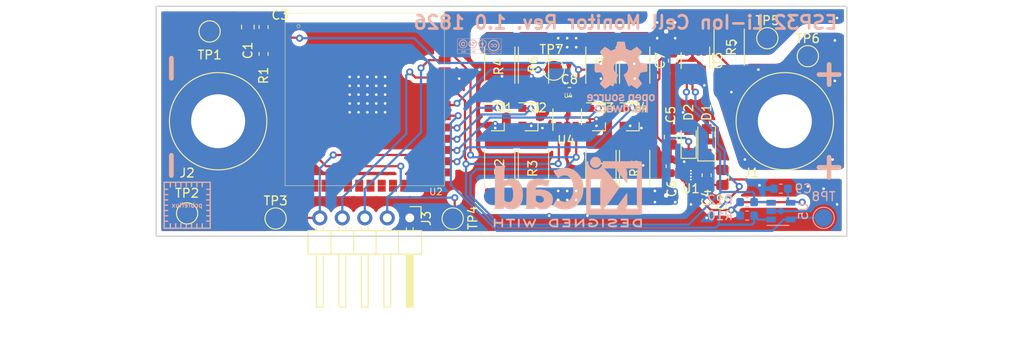
<source format=kicad_pcb>
(kicad_pcb (version 20171130) (host pcbnew 5.0.0-rc3-unknown-3df2743~65~ubuntu18.04.1)
  (title_block (title ESP32-li-ion-cell-monitor) (rev 1.0) (company pcbreflux))
  (layers (0 F.Cu signal) (31 B.Cu signal hide) (34 B.Paste user) (35 F.Paste user) (36 B.SilkS user) (37 F.SilkS user) (38 B.Mask user) (39 F.Mask user) (44 Edge.Cuts user))
  (net 0 "")
  (net 1 GND)
  (net 2 /EN)
  (net 3 /BOOT)
  (net 4 /TX)
  (net 5 /RX)
  (net 6 +BATT)
  (net 7 "Net-(U2-Pad4)")
  (net 8 "Net-(U2-Pad5)")
  (net 9 "Net-(U2-Pad7)")
  (net 10 "Net-(U2-Pad8)")
  (net 11 "Net-(U2-Pad9)")
  (net 12 "Net-(U2-Pad10)")
  (net 13 "Net-(U2-Pad11)")
  (net 14 "Net-(U2-Pad12)")
  (net 15 "Net-(U2-Pad13)")
  (net 16 "Net-(U2-Pad14)")
  (net 17 "Net-(U2-Pad15)")
  (net 18 "Net-(U2-Pad16)")
  (net 19 "Net-(U2-Pad17)")
  (net 20 "Net-(U2-Pad18)")
  (net 21 "Net-(U2-Pad19)")
  (net 22 "Net-(U2-Pad20)")
  (net 23 "Net-(U2-Pad21)")
  (net 24 "Net-(U2-Pad22)")
  (net 25 "Net-(U2-Pad23)")
  (net 26 "Net-(U2-Pad24)")
  (net 27 "Net-(Q4-Pad1)")
  (net 28 "Net-(Q3-Pad1)")
  (net 29 "Net-(Q2-Pad1)")
  (net 30 "Net-(Q1-Pad1)")
  (net 31 "Net-(U2-Pad32)")
  (net 32 "Net-(U2-Pad37)")
  (net 33 VCC)
  (net 34 /SDA)
  (net 35 /SCL)
  (net 36 "Net-(U2-Pad6)")
  (net 37 /Alert2)
  (net 38 /Alert1)
  (net 39 "Net-(Q1-Pad3)")
  (net 40 "Net-(Q2-Pad3)")
  (net 41 "Net-(Q3-Pad3)")
  (net 42 "Net-(Q4-Pad3)")
  (net 43 +3V)
  (net 44 "Net-(U1-Pad3)")
  (module module:XDFN8 (layer F.Cu) (at 215.392 70.104 270)
    (fp_text reference U1 (at 1.524 0) (layer F.SilkS))
    (fp_text value NCP186B)
    (pad 9 thru_hole circle (at 0.5 0 270) (size 0.3 0.3) (drill 0.2) (layers *.Cu *.Mask) (net 1 GND))
    (pad 9 thru_hole circle (at 0.175 0 270) (size 0.3 0.3) (drill 0.2) (layers *.Cu *.Mask) (net 1 GND))
    (pad 9 thru_hole circle (at -0.175 0 270) (size 0.3 0.3) (drill 0.2) (layers *.Cu *.Mask) (net 1 GND))
    (pad 9 thru_hole circle (at -0.5 0 270) (size 0.3 0.3) (drill 0.2) (layers *.Cu *.Mask) (net 1 GND))
    (pad 9 smd rect (at 0 0 270) (size 1.44 0.44) (layers F.Cu F.Paste F.Mask) (net 1 GND))
    (pad 8 smd rect (at -0.6 -0.7 270) (size 0.26 0.35) (layers F.Cu F.Paste F.Mask) (net 33 VCC))
    (pad 7 smd rect (at -0.2 -0.7 270) (size 0.26 0.35) (layers F.Cu F.Paste F.Mask) (net 33 VCC))
    (pad 6 smd rect (at 0.2 -0.7 270) (size 0.26 0.35) (layers F.Cu F.Paste F.Mask) (net 33 VCC))
    (pad 5 smd rect (at 0.6 -0.7 270) (size 0.26 0.35) (layers F.Cu F.Paste F.Mask) (net 1 GND))
    (pad 4 smd rect (at 0.6 0.7 270) (size 0.26 0.35) (layers F.Cu F.Paste F.Mask) (net 43 +3V))
    (pad 3 smd rect (at 0.2 0.7 270) (size 0.26 0.35) (layers F.Cu F.Paste F.Mask) (net 44 "Net-(U1-Pad3)"))
    (pad 2 smd rect (at -0.2 0.7 270) (size 0.26 0.35) (layers F.Cu F.Paste F.Mask) (net 43 +3V))
    (pad 1 smd rect (at -0.6 0.7 270) (size 0.26 0.35) (layers F.Cu F.Paste F.Mask) (net 43 +3V))
  )
  (module Package_TO_SOT_SMD:SOT-23-8 (layer F.Cu) (at 215.9 57.15 270)
    (fp_text reference U3 (at 0 -2.5 270) (layer F.SilkS))
    (fp_text value INA219_SOT23-8)
    (pad 8 smd rect (at 1.1 -0.98 270) (size 1.06 0.4) (layers F.Cu F.Paste F.Mask) (net 1 GND))
    (pad 7 smd rect (at 1.1 -0.33 270) (size 1.06 0.4) (layers F.Cu F.Paste F.Mask) (net 1 GND))
    (pad 6 smd rect (at 1.1 0.33 270) (size 1.06 0.4) (layers F.Cu F.Paste F.Mask) (net 34 /SDA))
    (pad 5 smd rect (at 1.1 0.98 270) (size 1.06 0.4) (layers F.Cu F.Paste F.Mask) (net 35 /SCL))
    (pad 4 smd rect (at -1.1 0.98 270) (size 1.06 0.4) (layers F.Cu F.Paste F.Mask) (net 43 +3V))
    (pad 3 smd rect (at -1.1 0.33 270) (size 1.06 0.4) (layers F.Cu F.Paste F.Mask) (net 1 GND))
    (pad 2 smd rect (at -1.1 -0.33 270) (size 1.06 0.4) (layers F.Cu F.Paste F.Mask) (net 33 VCC))
    (pad 1 smd rect (at -1.1 -0.98 270) (size 1.06 0.4) (layers F.Cu F.Paste F.Mask) (net 6 +BATT))
  )
  (module module:Via-0.6mm (layer F.Cu) (at 216.916 59.944)
    (fp_text reference REF** hide)
    (fp_text value Via-0.6mm hide)
    (pad 1 thru_hole circle (at 0 0) (size 0.6 0.6) (drill 0.3) (layers *.Cu) (net 1 GND))
  )
  (module module:Via-0.6mm (layer F.Cu) (at 201.422 72.898)
    (fp_text reference REF** hide)
    (fp_text value Via-0.6mm hide)
    (pad 1 thru_hole circle (at 0 0) (size 0.6 0.6) (drill 0.3) (layers *.Cu) (net 33 VCC))
  )
  (module module:Via-0.6mm (layer F.Cu) (at 202.438 72.898)
    (fp_text reference REF** hide)
    (fp_text value Via-0.6mm hide)
    (pad 1 thru_hole circle (at 0 0) (size 0.6 0.6) (drill 0.3) (layers *.Cu) (net 33 VCC))
  )
  (module module:Via-0.6mm (layer F.Cu) (at 202.438 71.882)
    (fp_text reference REF** hide)
    (fp_text value Via-0.6mm hide)
    (pad 1 thru_hole circle (at 0 0) (size 0.6 0.6) (drill 0.3) (layers *.Cu) (net 33 VCC))
  )
  (module module:Via-0.6mm (layer F.Cu) (at 200.406 72.898)
    (fp_text reference REF** hide)
    (fp_text value Via-0.6mm hide)
    (pad 1 thru_hole circle (at 0 0) (size 0.6 0.6) (drill 0.3) (layers *.Cu) (net 33 VCC))
  )
  (module module:Via-0.6mm (layer F.Cu) (at 200.406 71.882)
    (fp_text reference REF** hide)
    (fp_text value Via-0.6mm hide)
    (pad 1 thru_hole circle (at 0 0) (size 0.6 0.6) (drill 0.3) (layers *.Cu) (net 33 VCC))
  )
  (module module:Via-0.6mm (layer F.Cu) (at 202.438 55.626)
    (fp_text reference REF** hide)
    (fp_text value Via-0.6mm hide)
    (pad 1 thru_hole circle (at 0 0) (size 0.6 0.6) (drill 0.3) (layers *.Cu) (net 33 VCC))
  )
  (module module:Via-0.6mm (layer F.Cu) (at 201.422 55.626)
    (fp_text reference REF** hide)
    (fp_text value Via-0.6mm hide)
    (pad 1 thru_hole circle (at 0 0) (size 0.6 0.6) (drill 0.3) (layers *.Cu) (net 33 VCC))
  )
  (module module:Via-0.6mm (layer F.Cu) (at 200.406 55.626)
    (fp_text reference REF** hide)
    (fp_text value Via-0.6mm hide)
    (pad 1 thru_hole circle (at 0 0) (size 0.6 0.6) (drill 0.3) (layers *.Cu) (net 33 VCC))
  )
  (module module:Via-0.6mm (layer F.Cu) (at 200.406 54.61)
    (fp_text reference REF** hide)
    (fp_text value Via-0.6mm hide)
    (pad 1 thru_hole circle (at 0 0) (size 0.6 0.6) (drill 0.3) (layers *.Cu) (net 33 VCC))
  )
  (module module:Via-0.6mm (layer F.Cu) (at 202.438 54.61)
    (fp_text reference REF** hide)
    (fp_text value Via-0.6mm hide)
    (pad 1 thru_hole circle (at 0 0) (size 0.6 0.6) (drill 0.3) (layers *.Cu) (net 33 VCC))
  )
  (module module:Via-0.6mm (layer F.Cu) (at 231.902 52.324)
    (fp_text reference REF** hide)
    (fp_text value Via-0.6mm hide)
    (pad 1 thru_hole circle (at 0 0) (size 0.6 0.6) (drill 0.3) (layers *.Cu) (net 33 VCC))
  )
  (module module:Via-0.6mm (layer F.Cu) (at 199.39 74.676)
    (fp_text reference REF** hide)
    (fp_text value Via-0.6mm hide)
    (pad 1 thru_hole circle (at 0 0) (size 0.6 0.6) (drill 0.3) (layers *.Cu) (net 1 GND))
  )
  (module module:Via-0.6mm (layer F.Cu) (at 203.708 74.676)
    (fp_text reference REF** hide)
    (fp_text value Via-0.6mm hide)
    (pad 1 thru_hole circle (at 0 0) (size 0.6 0.6) (drill 0.3) (layers *.Cu) (net 1 GND))
  )
  (module module:Via-0.6mm (layer F.Cu) (at 214.63 68.58)
    (fp_text reference REF** hide)
    (fp_text value Via-0.6mm hide)
    (pad 1 thru_hole circle (at 0 0) (size 0.6 0.6) (drill 0.3) (layers *.Cu) (net 1 GND))
  )
  (module module:Via-0.6mm (layer F.Cu) (at 228.6 71.374)
    (fp_text reference REF** hide)
    (fp_text value Via-0.6mm hide)
    (pad 1 thru_hole circle (at 0 0) (size 0.6 0.6) (drill 0.3) (layers *.Cu) (net 1 GND))
  )
  (module module:Via-0.6mm (layer F.Cu) (at 231.902 73.406)
    (fp_text reference REF** hide)
    (fp_text value Via-0.6mm hide)
    (pad 1 thru_hole circle (at 0 0) (size 0.6 0.6) (drill 0.3) (layers *.Cu) (net 1 GND))
  )
  (module module:Via-0.6mm (layer F.Cu) (at 223.012 58.166)
    (fp_text reference REF** hide)
    (fp_text value Via-0.6mm hide)
    (pad 1 thru_hole circle (at 0 0) (size 0.6 0.6) (drill 0.3) (layers *.Cu) (net 6 +BATT))
  )
  (module module:Via-0.6mm (layer F.Cu) (at 231.648 59.436)
    (fp_text reference REF** hide)
    (fp_text value Via-0.6mm hide)
    (pad 1 thru_hole circle (at 0 0) (size 0.6 0.6) (drill 0.3) (layers *.Cu) (net 6 +BATT))
  )
  (module module:Via-0.6mm (layer F.Cu) (at 221.488 68.326)
    (fp_text reference REF** hide)
    (fp_text value Via-0.6mm hide)
    (pad 1 thru_hole circle (at 0 0) (size 0.6 0.6) (drill 0.3) (layers *.Cu) (net 6 +BATT))
  )
  (module module:Via-0.6mm (layer F.Cu) (at 231.394 68.326)
    (fp_text reference REF** hide)
    (fp_text value Via-0.6mm hide)
    (pad 1 thru_hole circle (at 0 0) (size 0.6 0.6) (drill 0.3) (layers *.Cu) (net 6 +BATT))
  )
  (module module:Via-0.6mm (layer F.Cu) (at 231.648 54.864)
    (fp_text reference REF** hide)
    (fp_text value Via-0.6mm hide)
    (pad 1 thru_hole circle (at 0 0) (size 0.6 0.6) (drill 0.3) (layers *.Cu) (net 6 +BATT))
  )
  (module module:Via-0.6mm (layer F.Cu) (at 219.964 60.706)
    (fp_text reference REF** hide)
    (fp_text value Via-0.6mm hide)
    (pad 1 thru_hole circle (at 0 0) (size 0.6 0.6) (drill 0.3) (layers *.Cu) (net 6 +BATT))
  )
  (module module:Via-0.6mm (layer F.Cu) (at 220.472 55.118)
    (fp_text reference REF** hide)
    (fp_text value Via-0.6mm hide)
    (pad 1 thru_hole circle (at 0 0) (size 0.6 0.6) (drill 0.3) (layers *.Cu) (net 33 VCC))
  )
  (module module:Via-0.6mm (layer F.Cu) (at 201.422 71.882)
    (fp_text reference REF** hide)
    (fp_text value Via-0.6mm hide)
    (pad 1 thru_hole circle (at 0 0) (size 0.6 0.6) (drill 0.3) (layers *.Cu) (net 33 VCC))
  )
  (module module:Via-0.6mm (layer F.Cu) (at 201.422 54.61)
    (fp_text reference REF** hide)
    (fp_text value Via-0.6mm hide)
    (pad 1 thru_hole circle (at 0 0) (size 0.6 0.6) (drill 0.3) (layers *.Cu) (net 33 VCC))
  )
  (module module:Via-0.6mm (layer F.Cu) (at 205.232 57.5)
    (fp_text reference REF** hide)
    (fp_text value Via-0.6mm hide)
    (pad 1 thru_hole circle (at 0 0) (size 0.6 0.6) (drill 0.3) (layers *.Cu) (net 1 GND))
  )
  (module module:Via-0.6mm (layer F.Cu) (at 209.042 59.182)
    (fp_text reference REF** hide)
    (fp_text value Via-0.6mm hide)
    (pad 1 thru_hole circle (at 0 0) (size 0.6 0.6) (drill 0.3) (layers *.Cu) (net 1 GND))
  )
  (module module:Via-0.6mm (layer F.Cu) (at 197.358 58.928)
    (fp_text reference REF** hide)
    (fp_text value Via-0.6mm hide)
    (pad 1 thru_hole circle (at 0 0) (size 0.6 0.6) (drill 0.3) (layers *.Cu) (net 1 GND))
  )
  (module module:Via-0.6mm (layer F.Cu) (at 194.056 58.928)
    (fp_text reference REF** hide)
    (fp_text value Via-0.6mm hide)
    (pad 1 thru_hole circle (at 0 0) (size 0.6 0.6) (drill 0.3) (layers *.Cu) (net 1 GND))
  )
  (module module:Via-0.6mm (layer F.Cu) (at 208.534 64.516)
    (fp_text reference REF** hide)
    (fp_text value Via-0.6mm hide)
    (pad 1 thru_hole circle (at 0 0) (size 0.6 0.6) (drill 0.3) (layers *.Cu) (net 1 GND))
  )
  (module module:Via-0.6mm (layer F.Cu) (at 193.294 64.262)
    (fp_text reference REF** hide)
    (fp_text value Via-0.6mm hide)
    (pad 1 thru_hole circle (at 0 0) (size 0.6 0.6) (drill 0.3) (layers *.Cu) (net 1 GND))
  )
  (module module:Via-0.6mm (layer F.Cu) (at 193.294 64.77)
    (fp_text reference REF** hide)
    (fp_text value Via-0.6mm hide)
    (pad 1 thru_hole circle (at 0 0) (size 0.6 0.6) (drill 0.3) (layers *.Cu) (net 1 GND))
  )
  (module module:Via-0.6mm (layer F.Cu) (at 197.358 64.516)
    (fp_text reference REF** hide)
    (fp_text value Via-0.6mm hide)
    (pad 1 thru_hole circle (at 0 0) (size 0.6 0.6) (drill 0.3) (layers *.Cu) (net 1 GND))
  )
  (module module:Via-0.6mm (layer F.Cu) (at 204.724 64.516)
    (fp_text reference REF** hide)
    (fp_text value Via-0.6mm hide)
    (pad 1 thru_hole circle (at 0 0) (size 0.6 0.6) (drill 0.3) (layers *.Cu) (net 1 GND))
  )
  (module module:Via-0.6mm (layer F.Cu) (at 211.582 54.61)
    (fp_text reference REF** hide)
    (fp_text value Via-0.6mm hide)
    (pad 1 thru_hole circle (at 0 0) (size 0.6 0.6) (drill 0.3) (layers *.Cu) (net 33 VCC))
  )
  (module module:Via-0.6mm (layer F.Cu) (at 213.614 54.61)
    (fp_text reference REF** hide)
    (fp_text value Via-0.6mm hide)
    (pad 1 thru_hole circle (at 0 0) (size 0.6 0.6) (drill 0.3) (layers *.Cu) (net 33 VCC))
  )
  (module module:Via-0.6mm (layer F.Cu) (at 213.614 52.832)
    (fp_text reference REF** hide)
    (fp_text value Via-0.6mm hide)
    (pad 1 thru_hole circle (at 0 0) (size 0.6 0.6) (drill 0.3) (layers *.Cu) (net 33 VCC))
  )
  (module module:Via-0.6mm (layer F.Cu) (at 211.582 52.832)
    (fp_text reference REF** hide)
    (fp_text value Via-0.6mm hide)
    (pad 1 thru_hole circle (at 0 0) (size 0.6 0.6) (drill 0.3) (layers *.Cu) (net 33 VCC))
  )
  (module module:Via-0.6mm (layer F.Cu) (at 213.614 71.882)
    (fp_text reference REF** hide)
    (fp_text value Via-0.6mm hide)
    (pad 1 thru_hole circle (at 0 0) (size 0.6 0.6) (drill 0.3) (layers *.Cu) (net 33 VCC))
  )
  (module module:Via-0.6mm (layer F.Cu) (at 213.614 73.152)
    (fp_text reference REF** hide)
    (fp_text value Via-0.6mm hide)
    (pad 1 thru_hole circle (at 0 0) (size 0.6 0.6) (drill 0.3) (layers *.Cu) (net 33 VCC))
  )
  (module module:Via-0.6mm (layer F.Cu) (at 211.328 73.152)
    (fp_text reference REF** hide)
    (fp_text value Via-0.6mm hide)
    (pad 1 thru_hole circle (at 0 0) (size 0.6 0.6) (drill 0.3) (layers *.Cu) (net 33 VCC))
  )
  (module module:Via-0.6mm (layer F.Cu) (at 211.328 71.882)
    (fp_text reference REF** hide)
    (fp_text value Via-0.6mm hide)
    (pad 1 thru_hole circle (at 0 0) (size 0.6 0.6) (drill 0.3) (layers *.Cu) (net 33 VCC))
  )
  (module module:Via-0.6mm (layer F.Cu) (at 217.17 74.93)
    (fp_text reference REF** hide)
    (fp_text value Via-0.6mm hide)
    (pad 1 thru_hole circle (at 0 0) (size 0.6 0.6) (drill 0.3) (layers *.Cu) (net 1 GND))
  )
  (module module:Via-0.6mm (layer F.Cu) (at 223.139 71.247)
    (fp_text reference REF** hide)
    (fp_text value Via-0.6mm hide)
    (pad 1 thru_hole circle (at 0 0) (size 0.6 0.6) (drill 0.3) (layers *.Cu) (net 1 GND))
  )
  (module module:Via-0.6mm (layer F.Cu) (at 204.724 63.754)
    (fp_text reference REF** hide)
    (fp_text value Via-0.6mm hide)
    (pad 1 thru_hole circle (at 0 0) (size 0.6 0.6) (drill 0.3) (layers *.Cu) (net 1 GND))
  )
  (module module:Via-0.6mm (layer F.Cu) (at 198.628 64.77)
    (fp_text reference REF** hide)
    (fp_text value Via-0.6mm hide)
    (pad 1 thru_hole circle (at 0 0) (size 0.6 0.6) (drill 0.3) (layers *.Cu) (net 1 GND))
  )
  (module module:Via-0.6mm (layer F.Cu) (at 230.378 71.628)
    (fp_text reference REF** hide)
    (fp_text value Via-0.6mm hide)
    (pad 1 thru_hole circle (at 0 0) (size 0.6 0.6) (drill 0.3) (layers *.Cu) (net 1 GND))
  )
  (module module:Via-0.6mm (layer F.Cu) (at 217.17 72.39)
    (fp_text reference REF** hide)
    (fp_text value Via-0.6mm hide)
    (pad 1 thru_hole circle (at 0 0) (size 0.6 0.6) (drill 0.3) (layers *.Cu) (net 1 GND))
  )
  (module module:Via-0.6mm (layer F.Cu) (at 215.392 73.406)
    (fp_text reference REF** hide)
    (fp_text value Via-0.6mm hide)
    (pad 1 thru_hole circle (at 0 0) (size 0.6 0.6) (drill 0.3) (layers *.Cu) (net 1 GND))
  )
  (module module:Via-0.6mm (layer F.Cu) (at 209.804 64.77)
    (fp_text reference REF** hide)
    (fp_text value Via-0.6mm hide)
    (pad 1 thru_hole circle (at 0 0) (size 0.6 0.6) (drill 0.3) (layers *.Cu) (net 1 GND))
  )
  (module module:Via-0.6mm (layer F.Cu) (at 201.168 59.69)
    (fp_text reference REF** hide)
    (fp_text value Via-0.6mm hide)
    (pad 1 thru_hole circle (at 0 0) (size 0.6 0.6) (drill 0.3) (layers *.Cu) (net 1 GND))
  )
  (module module:Via-0.6mm (layer F.Cu) (at 205.232 59.182)
    (fp_text reference REF** hide)
    (fp_text value Via-0.6mm hide)
    (pad 1 thru_hole circle (at 0 0) (size 0.6 0.6) (drill 0.3) (layers *.Cu) (net 1 GND))
  )
  (module Connector_PinHeader_2.54mm:PinHeader_1x05_P2.54mm_Horizontal (layer F.Cu) (at 183.642 74.93 270)
    (fp_text reference J3 (at 0.07 -1.858 270) (layer F.SilkS))
    (fp_text value Conn_01x05_Male)
    (pad 5 thru_hole oval (at 0 10.16 270) (size 1.7 1.7) (drill 1) (layers *.Cu *.Mask) (net 3 /BOOT))
    (pad 4 thru_hole oval (at 0 7.62 270) (size 1.7 1.7) (drill 1) (layers *.Cu *.Mask) (net 5 /RX))
    (pad 3 thru_hole oval (at 0 5.08 270) (size 1.7 1.7) (drill 1) (layers *.Cu *.Mask) (net 4 /TX))
    (pad 2 thru_hole oval (at 0 2.54 270) (size 1.7 1.7) (drill 1) (layers *.Cu *.Mask) (net 2 /EN))
    (pad 1 thru_hole rect (at 0 0 270) (size 1.7 1.7) (drill 1) (layers *.Cu *.Mask) (net 1 GND))
  )
  (module module:Via-0.6mm (layer F.Cu) (at 210 69)
    (fp_text reference REF** hide)
    (fp_text value Via-0.6mm hide)
    (pad 1 thru_hole circle (at 0 0) (size 0.6 0.6) (drill 0.3) (layers *.Cu) (net 1 GND))
  )
  (module module:Via-0.6mm (layer F.Cu) (at 189.23 59.182)
    (fp_text reference REF** hide)
    (fp_text value Via-0.6mm hide)
    (pad 1 thru_hole circle (at 0 0) (size 0.6 0.6) (drill 0.3) (layers *.Cu) (net 1 GND))
  )
  (module module:Via-0.6mm (layer F.Cu) (at 209 57.5)
    (fp_text reference REF** hide)
    (fp_text value Via-0.6mm hide)
    (pad 1 thru_hole circle (at 0 0) (size 0.6 0.6) (drill 0.3) (layers *.Cu) (net 1 GND))
  )
  (module module:Via-0.6mm (layer F.Cu) (at 191.516 58.166)
    (fp_text reference REF** hide)
    (fp_text value Via-0.6mm hide)
    (pad 1 thru_hole circle (at 0 0) (size 0.6 0.6) (drill 0.3) (layers *.Cu) (net 1 GND))
  )
  (module module:ESP-WROOM-32-short (layer F.Cu) (at 169.556 71.29)
    (fp_text reference U2 (at 17.0394 0.6844) (layer F.SilkS) (effects (font (size 0.75 0.75) (thickness 0.1))))
    (fp_text value ES-WROOM-32 hide)
    (pad 39 thru_hole circle (at 7.3 -12.3) (size 0.8 0.8) (drill 0.3) (layers *.Cu *.Mask) (net 1 GND))
    (pad 39 smd rect (at 9.3 -10.3) (size 6 6) (layers F.Cu F.Paste F.Mask) (net 1 GND))
    (pad 1 smd rect (at 0 -18.01) (size 1.35 0.9) (layers F.Cu F.Paste F.Mask) (net 1 GND))
    (pad 2 smd rect (at 0 -16.74) (size 1.35 0.9) (layers F.Cu F.Paste F.Mask) (net 43 +3V))
    (pad 3 smd rect (at 0 -15.47) (size 1.35 0.9) (layers F.Cu F.Paste F.Mask) (net 2 /EN))
    (pad 4 smd rect (at 0 -14.2) (size 1.35 0.9) (layers F.Cu F.Paste F.Mask) (net 7 "Net-(U2-Pad4)"))
    (pad 5 smd rect (at 0 -12.93) (size 1.35 0.9) (layers F.Cu F.Paste F.Mask) (net 8 "Net-(U2-Pad5)"))
    (pad 6 smd rect (at 0 -11.66) (size 1.35 0.9) (layers F.Cu F.Paste F.Mask) (net 36 "Net-(U2-Pad6)"))
    (pad 7 smd rect (at 0 -10.39) (size 1.35 0.9) (layers F.Cu F.Paste F.Mask) (net 9 "Net-(U2-Pad7)"))
    (pad 8 smd rect (at 0 -9.12) (size 1.35 0.9) (layers F.Cu F.Paste F.Mask) (net 10 "Net-(U2-Pad8)"))
    (pad 9 smd rect (at 0 -7.85) (size 1.35 0.9) (layers F.Cu F.Paste F.Mask) (net 11 "Net-(U2-Pad9)"))
    (pad 10 smd rect (at 0 -6.58) (size 1.35 0.9) (layers F.Cu F.Paste F.Mask) (net 12 "Net-(U2-Pad10)"))
    (pad 11 smd rect (at 0 -5.31) (size 1.35 0.9) (layers F.Cu F.Paste F.Mask) (net 13 "Net-(U2-Pad11)"))
    (pad 12 smd rect (at 0 -4.04) (size 1.35 0.9) (layers F.Cu F.Paste F.Mask) (net 14 "Net-(U2-Pad12)"))
    (pad 13 smd rect (at 0 -2.77) (size 1.35 0.9) (layers F.Cu F.Paste F.Mask) (net 15 "Net-(U2-Pad13)"))
    (pad 14 smd rect (at 0 -1.5) (size 1.35 0.9) (layers F.Cu F.Paste F.Mask) (net 16 "Net-(U2-Pad14)"))
    (pad 15 smd rect (at 3.3 0) (size 0.9 1.35) (layers F.Cu F.Paste F.Mask) (net 17 "Net-(U2-Pad15)"))
    (pad 16 smd rect (at 4.57 0) (size 0.9 1.35) (layers F.Cu F.Paste F.Mask) (net 18 "Net-(U2-Pad16)"))
    (pad 17 smd rect (at 5.84 0) (size 0.9 1.35) (layers F.Cu F.Paste F.Mask) (net 19 "Net-(U2-Pad17)"))
    (pad 18 smd rect (at 7.11 0) (size 0.9 1.35) (layers F.Cu F.Paste F.Mask) (net 20 "Net-(U2-Pad18)"))
    (pad 19 smd rect (at 8.38 0) (size 0.9 1.35) (layers F.Cu F.Paste F.Mask) (net 21 "Net-(U2-Pad19)"))
    (pad 20 smd rect (at 9.65 0) (size 0.9 1.35) (layers F.Cu F.Paste F.Mask) (net 22 "Net-(U2-Pad20)"))
    (pad 21 smd rect (at 10.92 0) (size 0.9 1.35) (layers F.Cu F.Paste F.Mask) (net 23 "Net-(U2-Pad21)"))
    (pad 22 smd rect (at 12.19 0) (size 0.9 1.35) (layers F.Cu F.Paste F.Mask) (net 24 "Net-(U2-Pad22)"))
    (pad 23 smd rect (at 13.46 0) (size 0.9 1.35) (layers F.Cu F.Paste F.Mask) (net 25 "Net-(U2-Pad23)"))
    (pad 24 smd rect (at 14.73 0) (size 0.9 1.35) (layers F.Cu F.Paste F.Mask) (net 26 "Net-(U2-Pad24)"))
    (pad 25 smd rect (at 18.03 -1.5) (size 1.35 0.9) (layers F.Cu F.Paste F.Mask) (net 3 /BOOT))
    (pad 26 smd rect (at 18.03 -2.77) (size 1.35 0.9) (layers F.Cu F.Paste F.Mask) (net 27 "Net-(Q4-Pad1)"))
    (pad 27 smd rect (at 18.03 -4.04) (size 1.35 0.9) (layers F.Cu F.Paste F.Mask) (net 28 "Net-(Q3-Pad1)"))
    (pad 28 smd rect (at 18.03 -5.31) (size 1.35 0.9) (layers F.Cu F.Paste F.Mask) (net 29 "Net-(Q2-Pad1)"))
    (pad 29 smd rect (at 18.03 -6.58) (size 1.35 0.9) (layers F.Cu F.Paste F.Mask) (net 30 "Net-(Q1-Pad1)"))
    (pad 30 smd rect (at 18.03 -7.85) (size 1.35 0.9) (layers F.Cu F.Paste F.Mask) (net 37 /Alert2))
    (pad 31 smd rect (at 18.03 -9.12) (size 1.35 0.9) (layers F.Cu F.Paste F.Mask) (net 38 /Alert1))
    (pad 32 smd rect (at 18.03 -10.39) (size 1.35 0.9) (layers F.Cu F.Paste F.Mask) (net 31 "Net-(U2-Pad32)"))
    (pad 33 smd rect (at 18.03 -11.66) (size 1.35 0.9) (layers F.Cu F.Paste F.Mask) (net 34 /SDA))
    (pad 34 smd rect (at 18.03 -12.93) (size 1.35 0.9) (layers F.Cu F.Paste F.Mask) (net 5 /RX))
    (pad 35 smd rect (at 18.03 -14.2) (size 1.35 0.9) (layers F.Cu F.Paste F.Mask) (net 4 /TX))
    (pad 36 smd rect (at 18.03 -15.47) (size 1.35 0.9) (layers F.Cu F.Paste F.Mask) (net 35 /SCL))
    (pad 37 smd rect (at 18.03 -16.74) (size 1.35 0.9) (layers F.Cu F.Paste F.Mask) (net 32 "Net-(U2-Pad37)"))
    (pad 38 smd rect (at 18.03 -18.01) (size 1.35 0.9) (layers F.Cu F.Paste F.Mask) (net 1 GND))
    (pad 39 thru_hole circle (at 7.3 -11.3) (size 0.8 0.8) (drill 0.3) (layers *.Cu *.Mask) (net 1 GND))
    (pad 39 thru_hole circle (at 7.3 -10.3) (size 0.8 0.8) (drill 0.3) (layers *.Cu *.Mask) (net 1 GND))
    (pad 39 thru_hole circle (at 7.3 -9.3) (size 0.8 0.8) (drill 0.3) (layers *.Cu *.Mask) (net 1 GND))
    (pad 39 thru_hole circle (at 7.3 -8.3) (size 0.8 0.8) (drill 0.3) (layers *.Cu *.Mask) (net 1 GND))
    (pad 39 thru_hole circle (at 8.3 -8.3) (size 0.8 0.8) (drill 0.3) (layers *.Cu *.Mask) (net 1 GND))
    (pad 39 thru_hole circle (at 8.3 -9.3) (size 0.8 0.8) (drill 0.3) (layers *.Cu *.Mask) (net 1 GND))
    (pad 39 thru_hole circle (at 8.3 -10.3) (size 0.8 0.8) (drill 0.3) (layers *.Cu *.Mask) (net 1 GND))
    (pad 39 thru_hole circle (at 8.3 -11.3) (size 0.8 0.8) (drill 0.3) (layers *.Cu *.Mask) (net 1 GND))
    (pad 39 thru_hole circle (at 8.3 -12.3) (size 0.8 0.8) (drill 0.3) (layers *.Cu *.Mask) (net 1 GND))
    (pad 39 thru_hole circle (at 10.3 -12.3) (size 0.8 0.8) (drill 0.3) (layers *.Cu *.Mask) (net 1 GND))
    (pad 39 thru_hole circle (at 10.3 -11.3) (size 0.8 0.8) (drill 0.3) (layers *.Cu *.Mask) (net 1 GND))
    (pad 39 thru_hole circle (at 10.3 -10.3) (size 0.8 0.8) (drill 0.3) (layers *.Cu *.Mask) (net 1 GND))
    (pad 39 thru_hole circle (at 10.3 -9.3) (size 0.8 0.8) (drill 0.3) (layers *.Cu *.Mask) (net 1 GND))
    (pad 39 thru_hole circle (at 10.3 -8.3) (size 0.8 0.8) (drill 0.3) (layers *.Cu *.Mask) (net 1 GND))
    (pad 39 thru_hole circle (at 9.3 -8.3) (size 0.8 0.8) (drill 0.3) (layers *.Cu *.Mask) (net 1 GND))
    (pad 39 thru_hole circle (at 9.3 -9.3) (size 0.8 0.8) (drill 0.3) (layers *.Cu *.Mask) (net 1 GND))
    (pad 39 thru_hole circle (at 9.3 -10.3) (size 0.8 0.8) (drill 0.3) (layers *.Cu *.Mask) (net 1 GND))
    (pad 39 thru_hole circle (at 9.3 -11.3) (size 0.8 0.8) (drill 0.3) (layers *.Cu *.Mask) (net 1 GND))
    (pad 39 thru_hole circle (at 9.3 -12.3) (size 0.8 0.8) (drill 0.3) (layers *.Cu *.Mask) (net 1 GND))
    (pad 39 thru_hole circle (at 11.3 -8.3) (size 0.8 0.8) (drill 0.3) (layers *.Cu *.Mask) (net 1 GND))
    (pad 39 thru_hole circle (at 11.3 -9.3) (size 0.8 0.8) (drill 0.3) (layers *.Cu *.Mask) (net 1 GND))
    (pad 39 thru_hole circle (at 11.3 -10.3) (size 0.8 0.8) (drill 0.3) (layers *.Cu *.Mask) (net 1 GND))
    (pad 39 thru_hole circle (at 11.3 -11.3) (size 0.8 0.8) (drill 0.3) (layers *.Cu *.Mask) (net 1 GND))
    (pad 39 thru_hole circle (at 11.3 -12.3) (size 0.8 0.8) (drill 0.3) (layers *.Cu *.Mask) (net 1 GND))
  )
  (module Package_TO_SOT_SMD:SOT-23-5 (layer F.Cu) (at 201.422 63.5 90)
    (fp_text reference U4 (at -2.667 -0.127 180) (layer F.SilkS))
    (fp_text value Si7060-00)
    (fp_text user %R (at 2.413 0.127 180) (layer F.SilkS) (effects (font (size 0.5 0.5) (thickness 0.075))))
    (pad 1 smd rect (at -1.1 -0.95 90) (size 1.06 0.65) (layers F.Cu F.Paste F.Mask) (net 34 /SDA))
    (pad 2 smd rect (at -1.1 0 90) (size 1.06 0.65) (layers F.Cu F.Paste F.Mask) (net 1 GND))
    (pad 3 smd rect (at -1.1 0.95 90) (size 1.06 0.65) (layers F.Cu F.Paste F.Mask) (net 35 /SCL))
    (pad 4 smd rect (at 1.1 0.95 90) (size 1.06 0.65) (layers F.Cu F.Paste F.Mask) (net 43 +3V))
    (pad 5 smd rect (at 1.1 -0.95 90) (size 1.06 0.65) (layers F.Cu F.Paste F.Mask) (net 38 /Alert1))
  )
  (module Capacitor_SMD:C_0805_2012Metric (layer F.Cu) (at 165.354 53.34 270)
    (fp_text reference C1 (at 2.66 0 270) (layer F.SilkS))
    (fp_text value 1u)
    (pad 1 smd roundrect (at -0.85 0 270) (size 1.15 1.4) (layers F.Cu F.Paste F.Mask) (roundrect_rratio 0.217391) (net 1 GND))
    (pad 2 smd roundrect (at 0.85 0 270) (size 1.15 1.4) (layers F.Cu F.Paste F.Mask) (roundrect_rratio 0.217391) (net 43 +3V))
  )
  (module Capacitor_SMD:C_0603_1608Metric (layer F.Cu) (at 217.17 70.104 270)
    (fp_text reference C4 (at 2.54 0 270) (layer F.SilkS))
    (fp_text value 100n)
    (pad 2 smd roundrect (at 0.7875 0 270) (size 0.875 0.95) (layers F.Cu F.Paste F.Mask) (net 1 GND))
    (pad 1 smd roundrect (at -0.7875 0 270) (size 0.875 0.95) (layers F.Cu F.Paste F.Mask) (net 33 VCC))
  )
  (module Capacitor_SMD:C_0805_2012Metric (layer F.Cu) (at 213.106 65.786 90)
    (fp_text reference C5 (at 2.54 0 90) (layer F.SilkS))
    (fp_text value 1u)
    (pad 1 smd roundrect (at -0.85 0 90) (size 1.15 1.4) (layers F.Cu F.Paste F.Mask) (roundrect_rratio 0.217391) (net 43 +3V))
    (pad 2 smd roundrect (at 0.85 0 90) (size 1.15 1.4) (layers F.Cu F.Paste F.Mask) (roundrect_rratio 0.217391) (net 1 GND))
  )
  (module Capacitor_SMD:C_0603_1608Metric (layer F.Cu) (at 213.106 69.088 270)
    (fp_text reference C6 (at 2.54 -0.127 270) (layer F.SilkS))
    (fp_text value 100n)
    (pad 1 smd roundrect (at -0.7875 0 270) (size 0.875 0.95) (layers F.Cu F.Paste F.Mask) (net 43 +3V))
    (pad 2 smd roundrect (at 0.7875 0 270) (size 0.875 0.95) (layers F.Cu F.Paste F.Mask) (net 1 GND))
  )
  (module Package_TO_SOT_SMD:SOT-23 (layer F.Cu) (at 193.548 63.5)
    (fp_text reference Q1 (at 0.762 -1.016) (layer F.SilkS))
    (fp_text value Q_NMOS_GSD)
    (pad 3 smd rect (at 1 0) (size 0.9 0.8) (layers F.Cu F.Paste F.Mask) (net 39 "Net-(Q1-Pad3)"))
    (pad 2 smd rect (at -1 0.95) (size 0.9 0.8) (layers F.Cu F.Paste F.Mask) (net 1 GND))
    (pad 1 smd rect (at -1 -0.95) (size 0.9 0.8) (layers F.Cu F.Paste F.Mask) (net 30 "Net-(Q1-Pad1)"))
  )
  (module Package_TO_SOT_SMD:SOT-23 (layer F.Cu) (at 197.358 63.5)
    (fp_text reference Q2 (at 0.762 -1.016) (layer F.SilkS))
    (fp_text value Q_NMOS_GSD)
    (pad 1 smd rect (at -1 -0.95) (size 0.9 0.8) (layers F.Cu F.Paste F.Mask) (net 29 "Net-(Q2-Pad1)"))
    (pad 2 smd rect (at -1 0.95) (size 0.9 0.8) (layers F.Cu F.Paste F.Mask) (net 1 GND))
    (pad 3 smd rect (at 1 0) (size 0.9 0.8) (layers F.Cu F.Paste F.Mask) (net 40 "Net-(Q2-Pad3)"))
  )
  (module Package_TO_SOT_SMD:SOT-23 (layer F.Cu) (at 204.978 63.5)
    (fp_text reference Q3 (at 0.762 -1.016 180) (layer F.SilkS))
    (fp_text value Q_NMOS_GSD)
    (pad 1 smd rect (at -1 -0.95) (size 0.9 0.8) (layers F.Cu F.Paste F.Mask) (net 28 "Net-(Q3-Pad1)"))
    (pad 2 smd rect (at -1 0.95) (size 0.9 0.8) (layers F.Cu F.Paste F.Mask) (net 1 GND))
    (pad 3 smd rect (at 1 0) (size 0.9 0.8) (layers F.Cu F.Paste F.Mask) (net 41 "Net-(Q3-Pad3)"))
  )
  (module Package_TO_SOT_SMD:SOT-23 (layer F.Cu) (at 208.788 63.5)
    (fp_text reference Q4 (at 0.762 -1.016) (layer F.SilkS))
    (fp_text value Q_NMOS_GSD)
    (pad 3 smd rect (at 1 0) (size 0.9 0.8) (layers F.Cu F.Paste F.Mask) (net 42 "Net-(Q4-Pad3)"))
    (pad 2 smd rect (at -1 0.95) (size 0.9 0.8) (layers F.Cu F.Paste F.Mask) (net 1 GND))
    (pad 1 smd rect (at -1 -0.95) (size 0.9 0.8) (layers F.Cu F.Paste F.Mask) (net 27 "Net-(Q4-Pad1)"))
  )
  (module TestPoint:TestPoint_Pad_D2.0mm (layer F.Cu) (at 161.036 53.848)
    (fp_text reference TP1 (at 0 2.652) (layer F.SilkS))
    (fp_text value Test_Point)
    (pad 1 smd circle (at 0 0) (size 2 2) (layers F.Cu F.Mask) (net 43 +3V))
  )
  (module TestPoint:TestPoint_Pad_D2.0mm (layer F.Cu) (at 158.496 74.422 270)
    (fp_text reference TP2 (at -2.286 0) (layer F.SilkS))
    (fp_text value Test_Point)
    (pad 1 smd circle (at 0 0 270) (size 2 2) (layers F.Cu F.Mask) (net 1 GND))
  )
  (module TestPoint:TestPoint_Pad_D2.0mm (layer F.Cu) (at 168.492 75)
    (fp_text reference TP3 (at 0 -1.998) (layer F.SilkS))
    (fp_text value Test_Point)
    (pad 1 smd circle (at 0 0) (size 2 2) (layers F.Cu F.Mask) (net 3 /BOOT))
  )
  (module TestPoint:TestPoint_Pad_D2.0mm (layer F.Cu) (at 188.492 75 90)
    (fp_text reference TP4 (at 0.07 2.262 90) (layer F.SilkS))
    (fp_text value Test_Point)
    (pad 1 smd circle (at 0 0 90) (size 2 2) (layers F.Cu F.Mask) (net 2 /EN))
  )
  (module TestPoint:TestPoint_Pad_D2.0mm (layer F.Cu) (at 224.028 54.61)
    (fp_text reference TP5 (at 0 -1.998) (layer F.SilkS))
    (fp_text value Test_Point)
    (pad 1 smd circle (at 0 0) (size 2 2) (layers F.Cu F.Mask) (net 33 VCC))
  )
  (module TestPoint:TestPoint_Pad_D2.0mm (layer F.Cu) (at 228.6 56.642)
    (fp_text reference TP6 (at 0 -1.998) (layer F.SilkS))
    (fp_text value Test_Point)
    (pad 1 smd circle (at 0 0) (size 2 2) (layers F.Cu F.Mask) (net 6 +BATT))
  )
  (module TestPoint:TestPoint_Pad_D2.0mm (layer F.Cu) (at 199.898 58.166 90)
    (fp_text reference TP7 (at 2.286 -0.254 180) (layer F.SilkS))
    (fp_text value Test_Point)
    (pad 1 smd circle (at 0 0 90) (size 2 2) (layers F.Cu F.Mask) (net 38 /Alert1))
  )
  (module TestPoint:TestPoint_Pad_D2.0mm (layer B.Cu) (at 230.378 74.93)
    (fp_text reference TP8 (at 0 -2.413) (layer B.SilkS) (effects (justify mirror)))
    (fp_text value Test_Point)
    (pad 1 smd circle (at 0 0) (size 2 2) (layers B.Cu B.Mask) (net 37 /Alert2))
  )
  (module Capacitor_SMD:C_0805_2012Metric (layer F.Cu) (at 218.948 70.358 270)
    (fp_text reference C2 (at 2.794 0 270) (layer F.SilkS))
    (fp_text value 1u)
    (pad 1 smd roundrect (at -0.85 0 270) (size 1.15 1.4) (layers F.Cu F.Paste F.Mask) (roundrect_rratio 0.217391) (net 33 VCC))
    (pad 2 smd roundrect (at 0.85 0 270) (size 1.15 1.4) (layers F.Cu F.Paste F.Mask) (roundrect_rratio 0.217391) (net 1 GND))
  )
  (module Capacitor_SMD:C_0603_1608Metric (layer F.Cu) (at 167.132 53.34 270)
    (fp_text reference C3 (at -1.34 -1.868) (layer F.SilkS))
    (fp_text value 100n)
    (pad 1 smd roundrect (at -0.7875 0 270) (size 0.875 0.95) (layers F.Cu F.Paste F.Mask) (net 1 GND))
    (pad 2 smd roundrect (at 0.7875 0 270) (size 0.875 0.95) (layers F.Cu F.Paste F.Mask) (net 43 +3V))
  )
  (module Resistor_SMD:R_0603_1608Metric (layer F.Cu) (at 167.132 56.388 90)
    (fp_text reference R1 (at -2.4385 0 90) (layer F.SilkS))
    (fp_text value 10k)
    (pad 1 smd roundrect (at -0.7875 0 90) (size 0.875 0.95) (layers F.Cu F.Paste F.Mask) (net 2 /EN))
    (pad 2 smd roundrect (at 0.7875 0 90) (size 0.875 0.95) (layers F.Cu F.Paste F.Mask) (net 43 +3V))
  )
  (module Resistor_SMD:R_0603_1608Metric (layer B.Cu) (at 221.742 74.676 180)
    (fp_text reference R10 (at 3.048 0 180) (layer B.SilkS) (effects (justify mirror)))
    (fp_text value 10k)
    (pad 1 smd roundrect (at -0.7875 0 180) (size 0.875 0.95) (layers B.Cu B.Paste B.Mask) (net 34 /SDA))
    (pad 2 smd roundrect (at 0.7875 0 180) (size 0.875 0.95) (layers B.Cu B.Paste B.Mask) (net 43 +3V))
  )
  (module Package_TO_SOT_SMD:SOT-23-5 (layer B.Cu) (at 225.552 74.168)
    (fp_text reference U5 (at 2.54 0 90) (layer B.SilkS) (effects (justify mirror)))
    (fp_text value Si7060-01)
    (pad 1 smd rect (at -1.1 0.95) (size 1.06 0.65) (layers B.Cu B.Paste B.Mask) (net 34 /SDA))
    (pad 2 smd rect (at -1.1 0) (size 1.06 0.65) (layers B.Cu B.Paste B.Mask) (net 1 GND))
    (pad 3 smd rect (at -1.1 -0.95) (size 1.06 0.65) (layers B.Cu B.Paste B.Mask) (net 35 /SCL))
    (pad 4 smd rect (at 1.1 -0.95) (size 1.06 0.65) (layers B.Cu B.Paste B.Mask) (net 43 +3V))
    (pad 5 smd rect (at 1.1 0.95) (size 1.06 0.65) (layers B.Cu B.Paste B.Mask) (net 37 /Alert2))
  )
  (module module:Via-0.6mm (layer F.Cu) (at 214.5 63)
    (fp_text reference REF** hide)
    (fp_text value Via-0.6mm hide)
    (pad 1 thru_hole circle (at 0 0) (size 0.6 0.6) (drill 0.3) (layers *.Cu) (net 1 GND))
  )
  (module module:pcbreflux_logo (layer B.Cu) (at 158.5 73.5)
    (fp_text reference REF** hide)
    (fp_text value pcbreflux_logo hide)
    (fp_text user pcbreflux (at 0 0) (layer B.SilkS) (effects (font (size 0.5 0.5) (thickness 0.1)) (justify mirror)))
  )
  (module Symbol:OSHW-Logo_7.5x8mm_SilkScreen (layer B.Cu) (at 207.5 59 180)
    (fp_text reference REF** hide)
    (fp_text value OSHW-Logo_7.5x8mm_SilkScreen hide)
  )
  (module Symbol:KiCad-Logo2_8mm_SilkScreen (layer B.Cu) (at 201.5 72 180)
    (fp_text reference REF** hide)
    (fp_text value KiCad-Logo2_8mm_SilkScreen hide)
  )
  (module module:Logo_silk_CC-BY-NC-SA_5x2mm (layer B.Cu) (at 191.5 55.5 180)
    (fp_text reference G*** hide)
    (fp_text value LOGO hide)
  )
  (module Capacitor_SMD:C_0603_1608Metric (layer F.Cu) (at 213.36 57.15 90)
    (fp_text reference C7 (at 0 -1.43 90) (layer F.SilkS))
    (fp_text value 100n)
    (pad 1 smd roundrect (at -0.7875 0 90) (size 0.875 0.95) (layers F.Cu F.Paste F.Mask) (net 1 GND))
    (pad 2 smd roundrect (at 0.7875 0 90) (size 0.875 0.95) (layers F.Cu F.Paste F.Mask) (net 43 +3V))
  )
  (module Capacitor_SMD:C_0603_1608Metric (layer F.Cu) (at 201.676 60.706)
    (fp_text reference C8 (at 0 -1.43) (layer F.SilkS))
    (fp_text value 100n)
    (pad 2 smd roundrect (at 0.7875 0) (size 0.875 0.95) (layers F.Cu F.Paste F.Mask) (net 43 +3V))
    (pad 1 smd roundrect (at -0.7875 0) (size 0.875 0.95) (layers F.Cu F.Paste F.Mask) (net 1 GND))
  )
  (module Capacitor_SMD:C_0603_1608Metric (layer B.Cu) (at 225.552 71.628)
    (fp_text reference C9 (at 2.54 0) (layer B.SilkS) (effects (justify mirror)))
    (fp_text value 100n)
    (pad 1 smd roundrect (at -0.7875 0) (size 0.875 0.95) (layers B.Cu B.Paste B.Mask) (net 1 GND))
    (pad 2 smd roundrect (at 0.7875 0) (size 0.875 0.95) (layers B.Cu B.Paste B.Mask) (net 43 +3V))
  )
  (module Diode_SMD:D_SOD-123F (layer F.Cu) (at 217.17 66.294 90)
    (fp_text reference D1 (at 3.302 0 90) (layer F.SilkS))
    (fp_text value MMSZ5V6CF)
    (pad 1 smd rect (at -1.4 0 90) (size 1.1 1.1) (layers F.Cu F.Paste F.Mask) (net 33 VCC))
    (pad 2 smd rect (at 1.4 0 90) (size 1.1 1.1) (layers F.Cu F.Paste F.Mask) (net 1 GND))
  )
  (module Diode_SMD:D_SOD-323_HandSoldering (layer F.Cu) (at 215.138 66.294 90)
    (fp_text reference D2 (at 3.302 0 90) (layer F.SilkS))
    (fp_text value ESDZL5-1F4)
    (pad 1 smd rect (at -1.25 0 90) (size 1 1) (layers F.Cu F.Paste F.Mask) (net 33 VCC))
    (pad 2 smd rect (at 1.25 0 90) (size 1 1) (layers F.Cu F.Paste F.Mask) (net 1 GND))
  )
  (module Resistor_SMD:R_2512_6332Metric_Pad1.52x3.35mm_HandSolder (layer F.Cu) (at 193.802 69.342 90)
    (fp_text reference R2 (at 0.166 -0.022 90) (layer F.SilkS))
    (fp_text value 10R)
    (pad 1 smd roundrect (at -2.9875 0 90) (size 1.525 3.35) (layers F.Cu F.Paste F.Mask) (roundrect_rratio 0.163934) (net 33 VCC))
    (pad 2 smd roundrect (at 2.9875 0 90) (size 1.525 3.35) (layers F.Cu F.Paste F.Mask) (roundrect_rratio 0.163934) (net 39 "Net-(Q1-Pad3)"))
  )
  (module Resistor_SMD:R_2512_6332Metric_Pad1.52x3.35mm_HandSolder (layer F.Cu) (at 197.612 69.342 90)
    (fp_text reference R3 (at 0 -0.086 90) (layer F.SilkS))
    (fp_text value 10R)
    (pad 2 smd roundrect (at 2.9875 0 90) (size 1.525 3.35) (layers F.Cu F.Paste F.Mask) (roundrect_rratio 0.163934) (net 39 "Net-(Q1-Pad3)"))
    (pad 1 smd roundrect (at -2.9875 0 90) (size 1.525 3.35) (layers F.Cu F.Paste F.Mask) (roundrect_rratio 0.163934) (net 33 VCC))
  )
  (module Resistor_SMD:R_2512_6332Metric_Pad1.52x3.35mm_HandSolder (layer F.Cu) (at 193.802 57.658 270)
    (fp_text reference R4 (at 0.166 0.104 270) (layer F.SilkS))
    (fp_text value 10R)
    (pad 1 smd roundrect (at -2.9875 0 270) (size 1.525 3.35) (layers F.Cu F.Paste F.Mask) (roundrect_rratio 0.163934) (net 33 VCC))
    (pad 2 smd roundrect (at 2.9875 0 270) (size 1.525 3.35) (layers F.Cu F.Paste F.Mask) (roundrect_rratio 0.163934) (net 40 "Net-(Q2-Pad3)"))
  )
  (module Resistor_SMD:R_2512_6332Metric_Pad1.52x3.35mm_HandSolder (layer F.Cu) (at 219.71 55.626 270)
    (fp_text reference R5 (at 0 -0.254 270) (layer F.SilkS))
    (fp_text value 100mR)
    (pad 2 smd roundrect (at 2.9875 0 270) (size 1.525 3.35) (layers F.Cu F.Paste F.Mask) (roundrect_rratio 0.163934) (net 6 +BATT))
    (pad 1 smd roundrect (at -2.9875 0 270) (size 1.525 3.35) (layers F.Cu F.Paste F.Mask) (roundrect_rratio 0.163934) (net 33 VCC))
  )
  (module Resistor_SMD:R_2512_6332Metric_Pad1.52x3.35mm_HandSolder (layer F.Cu) (at 197.612 57.658 270)
    (fp_text reference R6 (at -0.088 0.04 270) (layer F.SilkS))
    (fp_text value 10R)
    (pad 2 smd roundrect (at 2.9875 0 270) (size 1.525 3.35) (layers F.Cu F.Paste F.Mask) (roundrect_rratio 0.163934) (net 40 "Net-(Q2-Pad3)"))
    (pad 1 smd roundrect (at -2.9875 0 270) (size 1.525 3.35) (layers F.Cu F.Paste F.Mask) (roundrect_rratio 0.163934) (net 33 VCC))
  )
  (module Resistor_SMD:R_2512_6332Metric_Pad1.52x3.35mm_HandSolder (layer F.Cu) (at 205.232 69.342 90)
    (fp_text reference R7 (at 0 0 90) (layer F.SilkS))
    (fp_text value 10R)
    (pad 2 smd roundrect (at 2.9875 0 90) (size 1.525 3.35) (layers F.Cu F.Paste F.Mask) (roundrect_rratio 0.163934) (net 41 "Net-(Q3-Pad3)"))
    (pad 1 smd roundrect (at -2.9875 0 90) (size 1.525 3.35) (layers F.Cu F.Paste F.Mask) (roundrect_rratio 0.163934) (net 33 VCC))
  )
  (module Resistor_SMD:R_2512_6332Metric_Pad1.52x3.35mm_HandSolder (layer F.Cu) (at 209.042 69.342 90)
    (fp_text reference R8 (at 0 0 90) (layer F.SilkS))
    (fp_text value 10R)
    (pad 2 smd roundrect (at 2.9875 0 90) (size 1.525 3.35) (layers F.Cu F.Paste F.Mask) (roundrect_rratio 0.163934) (net 41 "Net-(Q3-Pad3)"))
    (pad 1 smd roundrect (at -2.9875 0 90) (size 1.525 3.35) (layers F.Cu F.Paste F.Mask) (roundrect_rratio 0.163934) (net 33 VCC))
  )
  (module Resistor_SMD:R_2512_6332Metric_Pad1.52x3.35mm_HandSolder (layer F.Cu) (at 205.232 57.658 270)
    (fp_text reference R9 (at 0 0 270) (layer F.SilkS))
    (fp_text value 10R)
    (pad 1 smd roundrect (at -2.9875 0 270) (size 1.525 3.35) (layers F.Cu F.Paste F.Mask) (roundrect_rratio 0.163934) (net 33 VCC))
    (pad 2 smd roundrect (at 2.9875 0 270) (size 1.525 3.35) (layers F.Cu F.Paste F.Mask) (roundrect_rratio 0.163934) (net 42 "Net-(Q4-Pad3)"))
  )
  (module Resistor_SMD:R_2512_6332Metric_Pad1.52x3.35mm_HandSolder (layer F.Cu) (at 209.042 57.658 270)
    (fp_text reference R11 (at 0 0 270) (layer F.SilkS))
    (fp_text value 10R)
    (pad 1 smd roundrect (at -2.9875 0 270) (size 1.525 3.35) (layers F.Cu F.Paste F.Mask) (roundrect_rratio 0.163934) (net 33 VCC))
    (pad 2 smd roundrect (at 2.9875 0 270) (size 1.525 3.35) (layers F.Cu F.Paste F.Mask) (roundrect_rratio 0.163934) (net 42 "Net-(Q4-Pad3)"))
  )
  (module Connector:Banana_Jack_1Pin (layer F.Cu) (at 226 64)
    (fp_text reference J1 (at -3.75 5.85) (layer F.SilkS))
    (fp_text value Conn_01x01_Female)
    (pad 1 thru_hole circle (at 0 0) (size 10.16 10.16) (drill 6.1) (layers *.Cu *.Mask) (net 6 +BATT))
  )
  (module Connector:Banana_Jack_1Pin (layer F.Cu) (at 162 64)
    (fp_text reference J2 (at -3.504 5.85) (layer F.SilkS))
    (fp_text value Conn_01x01_Female)
    (pad 1 thru_hole circle (at 0 0) (size 10.16 10.16) (drill 6.1) (layers *.Cu *.Mask) (net 1 GND))
  )
  (module Resistor_SMD:R_0603_1608Metric (layer B.Cu) (at 221.742 73.152 180)
    (fp_text reference R12 (at 3.048 0.254 180) (layer B.SilkS) (effects (justify mirror)))
    (fp_text value 10k)
    (pad 1 smd roundrect (at -0.7875 0 180) (size 0.875 0.95) (layers B.Cu B.Paste B.Mask) (net 35 /SCL))
    (pad 2 smd roundrect (at 0.7875 0 180) (size 0.875 0.95) (layers B.Cu B.Paste B.Mask) (net 43 +3V))
  )
  (gr_text - (at 156.5 58 90) (layer F.SilkS) (effects (font (size 3 3) (thickness 0.5))))
  (gr_text - (at 156.5 58 90) (layer B.SilkS) (effects (font (size 3 3) (thickness 0.5)) (justify mirror)))
  (gr_text - (at 156.5 69 90) (layer B.SilkS) (effects (font (size 3 3) (thickness 0.5)) (justify mirror)))
  (gr_text + (at 231 58.5) (layer F.SilkS) (effects (font (size 3 3) (thickness 0.5))))
  (gr_text + (at 231 58.5) (layer B.SilkS) (effects (font (size 3 3) (thickness 0.5)) (justify mirror)))
  (gr_text + (at 231 69) (layer B.SilkS) (effects (font (size 3 3) (thickness 0.5)) (justify mirror)))
  (gr_text - (at 156.5 69 90) (layer F.SilkS) (effects (font (size 3 3) (thickness 0.5))))
  (gr_text + (at 231 69) (layer F.SilkS) (effects (font (size 3 3) (thickness 0.5))))
  (gr_text "ESP32 Li-Ion Cell Monitor Rev. 1.0 1826" (at 208 52.832) (layer B.SilkS) (effects (font (size 1.5 1.5) (thickness 0.3)) (justify mirror)))
  (gr_line (start 155 51) (end 155 77) (layer Edge.Cuts) (width 0.15))
  (gr_line (start 233 51) (end 155 51) (layer Edge.Cuts) (width 0.15))
  (gr_line (start 233 77) (end 233 51) (layer Edge.Cuts) (width 0.15))
  (gr_line (start 155 77) (end 233 77) (layer Edge.Cuts) (width 0.15))
  (segment (start 216.916 60.96) (end 216.916 60.946988) (width 0.25) (layer F.Cu) (net 1))
  (segment (start 215.57 56.69) (end 215.11 57.15) (width 0.25) (layer F.Cu) (net 1))
  (segment (start 214.1475 57.15) (end 213.36 57.9375) (width 0.25) (layer F.Cu) (net 1))
  (segment (start 215.11 57.15) (end 214.1475 57.15) (width 0.25) (layer F.Cu) (net 1))
  (segment (start 217.4865 71.208) (end 217.17 70.8915) (width 0.25) (layer F.Cu) (net 1))
  (segment (start 218.948 71.208) (end 217.4865 71.208) (width 0.25) (layer F.Cu) (net 1))
  (segment (start 216.9825 70.704) (end 217.17 70.8915) (width 0.25) (layer F.Cu) (net 1))
  (segment (start 216.092 70.704) (end 216.9825 70.704) (width 0.25) (layer F.Cu) (net 1))
  (segment (start 215.392 70.429) (end 215.392 70.104) (width 0.25) (layer F.Cu) (net 1))
  (segment (start 215.667 70.704) (end 215.392 70.429) (width 0.25) (layer F.Cu) (net 1))
  (segment (start 216.092 70.704) (end 215.667 70.704) (width 0.25) (layer F.Cu) (net 1))
  (segment (start 203.978 63.8) (end 203.978 64.45) (width 0.25) (layer F.Cu) (net 1))
  (segment (start 203.744 63.566) (end 203.978 63.8) (width 0.25) (layer F.Cu) (net 1))
  (segment (start 201.676 63.566) (end 203.744 63.566) (width 0.25) (layer F.Cu) (net 1))
  (segment (start 201.422 63.82) (end 201.676 63.566) (width 0.25) (layer F.Cu) (net 1))
  (segment (start 201.422 64.6) (end 201.422 63.82) (width 0.25) (layer F.Cu) (net 1))
  (segment (start 201.676 61.4935) (end 200.8885 60.706) (width 0.25) (layer F.Cu) (net 1))
  (segment (start 201.676 63.566) (end 201.676 61.4935) (width 0.25) (layer F.Cu) (net 1))
  (segment (start 219.571372 70.584628) (end 221.714628 70.584628) (width 0.25) (layer F.Cu) (net 1))
  (segment (start 218.948 71.208) (end 219.571372 70.584628) (width 0.25) (layer F.Cu) (net 1))
  (segment (start 221.714628 70.584628) (end 221.742 70.612) (width 0.25) (layer F.Cu) (net 1))
  (segment (start 216.23 58.86) (end 216.87 58.86) (width 0.25) (layer F.Cu) (net 1))
  (segment (start 216.87 60.11) (end 217.17 60.41) (width 0.25) (layer F.Cu) (net 1))
  (segment (start 216.87 58.86) (end 216.87 60.11) (width 0.25) (layer F.Cu) (net 1))
  (segment (start 217.17 60.41) (end 217.17 60.706) (width 0.25) (layer F.Cu) (net 1))
  (segment (start 224.452 74.168) (end 225.232 74.168) (width 0.25) (layer B.Cu) (net 1))
  (segment (start 225.232 74.168) (end 228.346 74.168) (width 0.25) (layer B.Cu) (net 1))
  (segment (start 204.024 63.754) (end 203.978 63.8) (width 0.2) (layer F.Cu) (net 1))
  (segment (start 204.724 63.754) (end 204.024 63.754) (width 0.2) (layer F.Cu) (net 1))
  (segment (start 213.106 69.8755) (end 211.6075 69.8755) (width 0.2) (layer F.Cu) (net 1))
  (segment (start 211.6075 69.8755) (end 211.582 69.85) (width 0.2) (layer F.Cu) (net 1))
  (segment (start 215.492 69.504) (end 215.492 68.988) (width 0.25) (layer B.Cu) (net 1))
  (segment (start 215.492 68.988) (end 215.9 68.58) (width 0.25) (layer B.Cu) (net 1))
  (segment (start 215.492 70.704) (end 215.492 71.474) (width 0.25) (layer B.Cu) (net 1))
  (segment (start 215.292 69.504) (end 215.292 68.988) (width 0.25) (layer B.Cu) (net 1))
  (segment (start 215.292 70.704) (end 215.292 71.274) (width 0.25) (layer B.Cu) (net 1))
  (segment (start 215.492 70.704) (end 215.492 70.304) (width 0.25) (layer B.Cu) (net 1))
  (segment (start 215.492 70.304) (end 215.492 69.904) (width 0.25) (layer B.Cu) (net 1))
  (segment (start 215.492 69.904) (end 215.492 69.504) (width 0.25) (layer B.Cu) (net 1))
  (segment (start 215.292 69.504) (end 215.292 69.904) (width 0.25) (layer B.Cu) (net 1))
  (segment (start 215.292 70.304) (end 215.292 70.704) (width 0.25) (layer B.Cu) (net 1))
  (segment (start 215.392 69.342) (end 214.63 68.58) (width 0.25) (layer F.Cu) (net 1))
  (segment (start 215.392 70.104) (end 215.392 69.342) (width 0.25) (layer F.Cu) (net 1))
  (segment (start 212.644388 69.413888) (end 212.415888 69.413888) (width 0.2) (layer F.Cu) (net 1))
  (segment (start 213.106 69.8755) (end 212.644388 69.413888) (width 0.2) (layer F.Cu) (net 1))
  (segment (start 212.415888 69.413888) (end 211.836 68.834) (width 0.2) (layer F.Cu) (net 1))
  (segment (start 211.836 68.834) (end 211.836 69.088) (width 0.2) (layer F.Cu) (net 1))
  (segment (start 212.3185 69.088) (end 212.344 69.1135) (width 0.2) (layer F.Cu) (net 1))
  (segment (start 211.836 69.088) (end 212.3185 69.088) (width 0.2) (layer F.Cu) (net 1))
  (segment (start 212.344 69.1135) (end 212.344 69.342) (width 0.2) (layer F.Cu) (net 1))
  (segment (start 212.344 69.342) (end 212.09 69.596) (width 0.2) (layer F.Cu) (net 1))
  (segment (start 212.09 69.596) (end 211.582 69.596) (width 0.2) (layer F.Cu) (net 1))
  (segment (start 211.582 69.596) (end 212.598 69.596) (width 0.2) (layer F.Cu) (net 1))
  (segment (start 212.598 69.596) (end 212.344 69.596) (width 0.2) (layer F.Cu) (net 1))
  (segment (start 212.344 69.596) (end 212.09 69.342) (width 0.2) (layer F.Cu) (net 1))
  (segment (start 212.531 69.8755) (end 212.09 70.3165) (width 0.2) (layer F.Cu) (net 1))
  (segment (start 213.106 69.8755) (end 212.531 69.8755) (width 0.2) (layer F.Cu) (net 1))
  (segment (start 212.09 70.3165) (end 212.09 70.358) (width 0.2) (layer F.Cu) (net 1))
  (segment (start 216.23 59.32) (end 216.87 59.96) (width 0.25) (layer F.Cu) (net 1))
  (segment (start 216.23 58.46) (end 216.23 59.32) (width 0.25) (layer F.Cu) (net 1))
  (segment (start 216.87 59.96) (end 216.916 60.946988) (width 0.25) (layer F.Cu) (net 1))
  (segment (start 216.916 60.946988) (end 216.87 60.11) (width 0.25) (layer F.Cu) (net 1))
  (segment (start 216.87 58.46) (end 216.87 59.644) (width 0.25) (layer F.Cu) (net 1))
  (segment (start 215.57 56.69) (end 215.57 56.05) (width 0.25) (layer F.Cu) (net 1))
  (segment (start 216.23 57.35) (end 216.23 58.25) (width 0.25) (layer F.Cu) (net 1))
  (segment (start 215.57 56.69) (end 216.03 57.15) (width 0.25) (layer F.Cu) (net 1))
  (segment (start 216.03 57.15) (end 216.23 57.35) (width 0.25) (layer F.Cu) (net 1))
  (segment (start 215.57 56.83) (end 215.646 56.906) (width 0.25) (layer F.Cu) (net 1))
  (segment (start 215.646 56.906) (end 215.646 57.15) (width 0.25) (layer F.Cu) (net 1))
  (segment (start 215.646 57.15) (end 216.03 57.15) (width 0.25) (layer F.Cu) (net 1))
  (segment (start 215.392 57.008) (end 215.392 57.15) (width 0.25) (layer F.Cu) (net 1))
  (segment (start 215.57 56.83) (end 215.392 57.008) (width 0.25) (layer F.Cu) (net 1))
  (segment (start 215.57 56.05) (end 215.57 56.83) (width 0.25) (layer F.Cu) (net 1))
  (segment (start 215.11 57.15) (end 215.392 57.15) (width 0.25) (layer F.Cu) (net 1))
  (segment (start 215.392 57.15) (end 215.646 57.15) (width 0.25) (layer F.Cu) (net 1))
  (segment (start 216.88 57.92) (end 216.88 58.25) (width 0.25) (layer F.Cu) (net 1))
  (segment (start 216.31 57.35) (end 216.88 57.92) (width 0.25) (layer F.Cu) (net 1))
  (segment (start 216.23 57.35) (end 216.31 57.35) (width 0.25) (layer F.Cu) (net 1))
  (segment (start 216.88 58.25) (end 216.23 58.25) (width 0.25) (layer F.Cu) (net 1))
  (segment (start 215.292 69.904) (end 215.292 70.304) (width 0.25) (layer B.Cu) (net 1))
  (segment (start 168.402 56.049) (end 168.631 55.82) (width 0.25) (layer F.Cu) (net 2))
  (segment (start 168.402 56.896) (end 168.402 56.049) (width 0.25) (layer F.Cu) (net 2))
  (segment (start 168.1225 57.1755) (end 168.402 56.896) (width 0.25) (layer F.Cu) (net 2))
  (segment (start 168.631 55.82) (end 169.556 55.82) (width 0.25) (layer F.Cu) (net 2))
  (segment (start 167.132 57.1755) (end 168.1225 57.1755) (width 0.25) (layer F.Cu) (net 2))
  (via (at 188.722 72.644) (size 0.8) (drill 0.4) (layers F.Cu B.Cu) (net 2))
  (segment (start 181.102 72.644) (end 188.722 72.644) (width 0.25) (layer B.Cu) (net 2))
  (segment (start 181.102 72.644) (end 181.102 74.93) (width 0.25) (layer B.Cu) (net 2))
  (segment (start 188.722 74.77) (end 188.492 75) (width 0.25) (layer F.Cu) (net 2))
  (segment (start 188.722 72.644) (end 188.722 74.77) (width 0.25) (layer F.Cu) (net 2))
  (via (at 182.626 69.088) (size 0.8) (drill 0.4) (layers F.Cu B.Cu) (net 2))
  (segment (start 181.102 72.644) (end 182.626 71.12) (width 0.25) (layer B.Cu) (net 2))
  (segment (start 182.626 71.12) (end 182.626 69.653685) (width 0.25) (layer B.Cu) (net 2))
  (segment (start 173.264999 58.603999) (end 173.264999 68.166003) (width 0.25) (layer F.Cu) (net 2))
  (segment (start 170.481 55.82) (end 173.264999 58.603999) (width 0.25) (layer F.Cu) (net 2))
  (segment (start 182.060315 69.088) (end 182.626 69.088) (width 0.25) (layer F.Cu) (net 2))
  (segment (start 169.556 55.82) (end 170.481 55.82) (width 0.25) (layer F.Cu) (net 2))
  (segment (start 174.186996 69.088) (end 182.060315 69.088) (width 0.25) (layer F.Cu) (net 2))
  (segment (start 173.264999 68.166003) (end 174.186996 69.088) (width 0.25) (layer F.Cu) (net 2))
  (segment (start 182.626 69.653685) (end 182.626 69.088) (width 0.25) (layer B.Cu) (net 2))
  (segment (start 168.562 74.93) (end 168.492 75) (width 0.25) (layer F.Cu) (net 3))
  (segment (start 173.482 74.93) (end 168.562 74.93) (width 0.25) (layer F.Cu) (net 3))
  (segment (start 174.606001 68.217999) (end 175.006 67.818) (width 0.25) (layer B.Cu) (net 3))
  (segment (start 184.658 67.818) (end 175.571685 67.818) (width 0.25) (layer F.Cu) (net 3))
  (via (at 175.006 67.818) (size 0.8) (drill 0.4) (layers F.Cu B.Cu) (net 3))
  (segment (start 173.482 74.93) (end 173.482 69.342) (width 0.25) (layer B.Cu) (net 3))
  (segment (start 175.571685 67.818) (end 175.006 67.818) (width 0.25) (layer F.Cu) (net 3))
  (segment (start 187.586 69.79) (end 186.63 69.79) (width 0.25) (layer F.Cu) (net 3))
  (segment (start 186.63 69.79) (end 184.658 67.818) (width 0.25) (layer F.Cu) (net 3))
  (segment (start 173.482 69.342) (end 174.606001 68.217999) (width 0.25) (layer B.Cu) (net 3))
  (via (at 184.912 57.97901) (size 0.8) (drill 0.4) (layers F.Cu B.Cu) (net 4))
  (segment (start 178.562 71.628) (end 184.912 65.278) (width 0.25) (layer B.Cu) (net 4))
  (segment (start 184.912 58.544695) (end 184.912 57.97901) (width 0.25) (layer B.Cu) (net 4))
  (segment (start 184.912 65.278) (end 184.912 58.544695) (width 0.25) (layer B.Cu) (net 4))
  (segment (start 185.80101 57.09) (end 185.311999 57.579011) (width 0.25) (layer F.Cu) (net 4))
  (segment (start 178.562 74.93) (end 178.562 71.628) (width 0.25) (layer B.Cu) (net 4))
  (segment (start 185.311999 57.579011) (end 184.912 57.97901) (width 0.25) (layer F.Cu) (net 4))
  (segment (start 187.586 57.09) (end 185.80101 57.09) (width 0.25) (layer F.Cu) (net 4))
  (via (at 183.642 58.42) (size 0.8) (drill 0.4) (layers F.Cu B.Cu) (net 5))
  (segment (start 183.242001 58.819999) (end 183.242001 65.423999) (width 0.25) (layer B.Cu) (net 5))
  (segment (start 183.642 58.42) (end 183.242001 58.819999) (width 0.25) (layer B.Cu) (net 5))
  (segment (start 176.022 72.644) (end 176.022 74.93) (width 0.25) (layer B.Cu) (net 5))
  (segment (start 183.242001 65.423999) (end 176.022 72.644) (width 0.25) (layer B.Cu) (net 5))
  (segment (start 187.361 58.36) (end 186.661 59.06) (width 0.25) (layer F.Cu) (net 5))
  (segment (start 187.586 58.36) (end 187.361 58.36) (width 0.25) (layer F.Cu) (net 5))
  (segment (start 186.661 59.06) (end 184.282 59.06) (width 0.25) (layer F.Cu) (net 5))
  (segment (start 184.041999 58.819999) (end 183.642 58.42) (width 0.25) (layer F.Cu) (net 5))
  (segment (start 184.282 59.06) (end 184.041999 58.819999) (width 0.25) (layer F.Cu) (net 5))
  (segment (start 217.399 55.44) (end 216.955001 55.44) (width 0.25) (layer F.Cu) (net 6))
  (segment (start 219.71 57.751) (end 217.399 55.44) (width 0.25) (layer F.Cu) (net 6))
  (segment (start 219.71 58.6135) (end 219.71 57.751) (width 0.25) (layer F.Cu) (net 6))
  (segment (start 226 59.242) (end 228.6 56.642) (width 1) (layer F.Cu) (net 6))
  (segment (start 226 64) (end 226 59.242) (width 1) (layer F.Cu) (net 6))
  (segment (start 225.3715 58.6135) (end 226 59.242) (width 1) (layer F.Cu) (net 6))
  (segment (start 219.71 58.6135) (end 225.3715 58.6135) (width 1) (layer F.Cu) (net 6))
  (segment (start 216.88 55.515001) (end 216.955001 55.44) (width 0.25) (layer F.Cu) (net 6))
  (segment (start 216.88 56.05) (end 216.88 55.515001) (width 0.25) (layer F.Cu) (net 6))
  (via (at 188.976006 68.58) (size 0.8) (drill 0.4) (layers F.Cu B.Cu) (net 27))
  (segment (start 187.586 68.52) (end 188.916006 68.52) (width 0.25) (layer F.Cu) (net 27))
  (segment (start 188.916006 68.52) (end 188.976006 68.58) (width 0.25) (layer F.Cu) (net 27))
  (segment (start 208.721999 62.55) (end 208.788 62.483999) (width 0.25) (layer F.Cu) (net 27))
  (segment (start 207.788 62.55) (end 208.721999 62.55) (width 0.25) (layer F.Cu) (net 27))
  (via (at 208.788 62.483999) (size 0.8) (drill 0.4) (layers F.Cu B.Cu) (net 27))
  (segment (start 208.388001 62.883998) (end 208.788 62.483999) (width 0.25) (layer B.Cu) (net 27))
  (segment (start 204.333001 66.938998) (end 208.388001 62.883998) (width 0.25) (layer B.Cu) (net 27))
  (segment (start 189.738 67.400996) (end 190.199998 66.938998) (width 0.25) (layer B.Cu) (net 27))
  (segment (start 188.976006 68.58) (end 189.738 67.818006) (width 0.25) (layer B.Cu) (net 27))
  (segment (start 190.199998 66.938998) (end 204.333001 66.938998) (width 0.25) (layer B.Cu) (net 27))
  (segment (start 189.738 67.818006) (end 189.738 67.400996) (width 0.25) (layer B.Cu) (net 27))
  (segment (start 188.916 67.25) (end 188.976 67.31) (width 0.25) (layer F.Cu) (net 28))
  (via (at 188.976 67.31) (size 0.8) (drill 0.4) (layers F.Cu B.Cu) (net 28))
  (segment (start 187.586 67.25) (end 188.916 67.25) (width 0.25) (layer F.Cu) (net 28))
  (via (at 204.93012 62.56843) (size 0.8) (drill 0.4) (layers F.Cu B.Cu) (net 28))
  (segment (start 192.699988 63.586012) (end 203.912538 63.586012) (width 0.25) (layer B.Cu) (net 28))
  (segment (start 203.912538 63.586012) (end 204.530121 62.968429) (width 0.25) (layer B.Cu) (net 28))
  (segment (start 188.976 67.31) (end 192.699988 63.586012) (width 0.25) (layer B.Cu) (net 28))
  (segment (start 204.91169 62.55) (end 204.93012 62.56843) (width 0.25) (layer F.Cu) (net 28))
  (segment (start 203.978 62.55) (end 204.91169 62.55) (width 0.25) (layer F.Cu) (net 28))
  (segment (start 204.530121 62.968429) (end 204.93012 62.56843) (width 0.25) (layer B.Cu) (net 28))
  (segment (start 187.586 65.98) (end 188.916 65.98) (width 0.25) (layer F.Cu) (net 29))
  (segment (start 188.916 65.98) (end 188.976 66.04) (width 0.25) (layer F.Cu) (net 29))
  (via (at 188.976 66.04) (size 0.8) (drill 0.4) (layers F.Cu B.Cu) (net 29))
  (via (at 197.310123 62.568433) (size 0.8) (drill 0.4) (layers F.Cu B.Cu) (net 29))
  (segment (start 197.29169 62.55) (end 197.310123 62.568433) (width 0.25) (layer F.Cu) (net 29))
  (segment (start 196.358 62.55) (end 197.29169 62.55) (width 0.25) (layer F.Cu) (net 29))
  (segment (start 188.976 66.04) (end 191.779999 63.236001) (width 0.25) (layer B.Cu) (net 29))
  (segment (start 191.779999 63.236001) (end 196.642555 63.236001) (width 0.25) (layer B.Cu) (net 29))
  (segment (start 196.642555 63.236001) (end 196.910124 62.968432) (width 0.25) (layer B.Cu) (net 29))
  (segment (start 196.910124 62.968432) (end 197.310123 62.568433) (width 0.25) (layer B.Cu) (net 29))
  (segment (start 188.916 64.71) (end 188.976 64.77) (width 0.25) (layer F.Cu) (net 30))
  (via (at 188.976 64.77) (size 0.8) (drill 0.4) (layers F.Cu B.Cu) (net 30))
  (segment (start 187.586 64.71) (end 188.916 64.71) (width 0.25) (layer F.Cu) (net 30))
  (segment (start 188.976 64.77) (end 191.262 62.484) (width 0.25) (layer B.Cu) (net 30))
  (via (at 193.548002 62.484) (size 0.8) (drill 0.4) (layers F.Cu B.Cu) (net 30))
  (segment (start 191.262 62.484) (end 192.982317 62.484) (width 0.25) (layer B.Cu) (net 30))
  (segment (start 192.982317 62.484) (end 193.548002 62.484) (width 0.25) (layer B.Cu) (net 30))
  (segment (start 193.482002 62.55) (end 193.548002 62.484) (width 0.25) (layer F.Cu) (net 30))
  (segment (start 192.548 62.55) (end 193.482002 62.55) (width 0.25) (layer F.Cu) (net 30))
  (segment (start 216.092 69.904) (end 216.092 70.248999) (width 0.25) (layer F.Cu) (net 33))
  (segment (start 216.092 69.504) (end 216.092 69.904) (width 0.25) (layer F.Cu) (net 33))
  (segment (start 216.2795 69.3165) (end 216.092 69.504) (width 0.25) (layer F.Cu) (net 33))
  (segment (start 217.17 69.3165) (end 216.2795 69.3165) (width 0.25) (layer F.Cu) (net 33))
  (via (at 212.598 53.848) (size 2) (drill 0.5) (layers F.Cu B.Cu) (net 33))
  (segment (start 209.042 54.6705) (end 211.7755 54.6705) (width 1) (layer F.Cu) (net 33))
  (segment (start 211.7755 54.6705) (end 212.598 53.848) (width 1) (layer F.Cu) (net 33))
  (segment (start 212.598 53.848) (end 212.598 55.262213) (width 1) (layer B.Cu) (net 33))
  (via (at 212.598 72.39) (size 2) (drill 0.5) (layers F.Cu B.Cu) (net 33))
  (segment (start 209.1025 72.39) (end 209.042 72.3295) (width 1) (layer F.Cu) (net 33))
  (segment (start 212.598 72.39) (end 209.1025 72.39) (width 1) (layer F.Cu) (net 33))
  (segment (start 212.598 53.848) (end 213.868 52.578) (width 1) (layer F.Cu) (net 33))
  (segment (start 213.868 52.578) (end 213.9285 52.6385) (width 1) (layer F.Cu) (net 33))
  (segment (start 224.028 54.61) (end 221.996 52.578) (width 1) (layer F.Cu) (net 33))
  (segment (start 221.9355 52.6385) (end 219.71 52.6385) (width 1) (layer F.Cu) (net 33))
  (segment (start 221.996 52.578) (end 221.9355 52.6385) (width 1) (layer F.Cu) (net 33))
  (segment (start 216.281 52.6385) (end 219.71 52.6385) (width 1) (layer F.Cu) (net 33))
  (segment (start 213.9285 52.6385) (end 216.281 52.6385) (width 1) (layer F.Cu) (net 33))
  (segment (start 212.598 61.976) (end 212.598 72.39) (width 1) (layer B.Cu) (net 33))
  (segment (start 212.598 55.262213) (end 212.598 61.976) (width 1) (layer B.Cu) (net 33))
  (segment (start 217.17 67.694) (end 217.17 69.3165) (width 0.25) (layer F.Cu) (net 33))
  (via (at 215.138 66.294) (size 0.8) (drill 0.4) (layers F.Cu B.Cu) (net 33))
  (segment (start 214.738001 65.894001) (end 215.138 66.294) (width 0.25) (layer B.Cu) (net 33))
  (segment (start 212.598 61.976) (end 212.598 65.894001) (width 0.25) (layer B.Cu) (net 33))
  (segment (start 212.598 65.894001) (end 214.738001 65.894001) (width 0.25) (layer B.Cu) (net 33))
  (segment (start 217.17 67.694) (end 217.04 67.564) (width 0.25) (layer F.Cu) (net 33))
  (segment (start 215.158 67.564) (end 215.138 67.544) (width 0.25) (layer F.Cu) (net 33))
  (segment (start 217.04 67.564) (end 215.158 67.564) (width 0.25) (layer F.Cu) (net 33))
  (segment (start 215.138 66.294) (end 215.138 67.544) (width 0.25) (layer F.Cu) (net 33))
  (segment (start 218.7565 69.3165) (end 218.948 69.508) (width 0.25) (layer F.Cu) (net 33))
  (segment (start 217.17 69.3165) (end 218.7565 69.3165) (width 0.25) (layer F.Cu) (net 33))
  (segment (start 217.571498 52.6385) (end 216.269999 53.939999) (width 0.2) (layer F.Cu) (net 33))
  (segment (start 219.71 52.6385) (end 217.571498 52.6385) (width 0.2) (layer F.Cu) (net 33))
  (segment (start 216.281 54.189) (end 216.281 53.34) (width 0.2) (layer F.Cu) (net 33))
  (segment (start 216.23 54.24) (end 216.281 54.189) (width 0.2) (layer F.Cu) (net 33))
  (segment (start 216.23 55.44) (end 216.23 54.24) (width 0.2) (layer F.Cu) (net 33))
  (segment (start 216.281 52.6385) (end 216.281 53.34) (width 0.25) (layer F.Cu) (net 33))
  (segment (start 216.281 53.34) (end 216.281 53.594) (width 0.25) (layer F.Cu) (net 33))
  (segment (start 216.6795 69.3165) (end 216.092 69.904) (width 0.25) (layer F.Cu) (net 33))
  (segment (start 217.17 69.3165) (end 216.6795 69.3165) (width 0.25) (layer F.Cu) (net 33))
  (segment (start 217.17 69.3165) (end 217.0795 69.3165) (width 0.25) (layer F.Cu) (net 33))
  (segment (start 216.517 69.904) (end 216.662 69.759) (width 0.25) (layer F.Cu) (net 33))
  (segment (start 216.092 69.904) (end 216.517 69.904) (width 0.25) (layer F.Cu) (net 33))
  (segment (start 217.0795 69.3165) (end 216.662 69.734) (width 0.25) (layer F.Cu) (net 33))
  (segment (start 216.662 69.759) (end 216.662 69.734) (width 0.25) (layer F.Cu) (net 33))
  (segment (start 216.662 69.734) (end 216.092 70.304) (width 0.25) (layer F.Cu) (net 33))
  (segment (start 216.595 69.3165) (end 217.17 69.3165) (width 0.25) (layer F.Cu) (net 33))
  (segment (start 215.138 68.294) (end 216.1605 69.3165) (width 0.25) (layer F.Cu) (net 33))
  (segment (start 216.1605 69.3165) (end 216.595 69.3165) (width 0.25) (layer F.Cu) (net 33))
  (segment (start 215.138 67.544) (end 215.138 68.294) (width 0.25) (layer F.Cu) (net 33))
  (segment (start 216.23 55.44) (end 216.23 56.05) (width 0.2) (layer F.Cu) (net 33))
  (via (at 189.992 68.834) (size 0.8) (drill 0.4) (layers F.Cu B.Cu) (net 34))
  (via (at 200.406 68.79701) (size 0.8) (drill 0.4) (layers F.Cu B.Cu) (net 34))
  (segment (start 189.992 68.834) (end 200.36901 68.834) (width 0.25) (layer B.Cu) (net 34))
  (segment (start 200.472 68.73101) (end 200.406 68.79701) (width 0.25) (layer F.Cu) (net 34))
  (segment (start 200.36901 68.834) (end 200.406 68.79701) (width 0.25) (layer B.Cu) (net 34))
  (segment (start 200.472 64.6) (end 200.472 68.73101) (width 0.25) (layer F.Cu) (net 34))
  (segment (start 222.9715 75.118) (end 224.452 75.118) (width 0.25) (layer B.Cu) (net 34))
  (segment (start 222.5295 74.676) (end 222.9715 75.118) (width 0.25) (layer B.Cu) (net 34))
  (segment (start 222.301 75.692) (end 222.5295 75.4635) (width 0.25) (layer B.Cu) (net 34))
  (segment (start 222.5295 75.4635) (end 222.5295 74.676) (width 0.25) (layer B.Cu) (net 34))
  (via (at 215.9 60.706) (size 0.8) (drill 0.4) (layers F.Cu B.Cu) (net 34))
  (via (at 219.583 72.898) (size 0.8) (drill 0.4) (layers F.Cu B.Cu) (net 34))
  (segment (start 218.567 73.914) (end 219.583 72.898) (width 0.25) (layer B.Cu) (net 34))
  (segment (start 218.567 75.692) (end 218.567 73.914) (width 0.25) (layer B.Cu) (net 34))
  (segment (start 218.567 75.692) (end 222.301 75.692) (width 0.25) (layer B.Cu) (net 34))
  (via (at 220.852998 71.374) (size 0.8) (drill 0.4) (layers F.Cu B.Cu) (net 34))
  (segment (start 219.583 72.898) (end 220.852998 71.628002) (width 0.25) (layer F.Cu) (net 34))
  (segment (start 220.852998 71.628002) (end 220.852998 71.374) (width 0.25) (layer F.Cu) (net 34))
  (segment (start 189.992 68.268315) (end 189.992 68.834) (width 0.25) (layer F.Cu) (net 34))
  (segment (start 187.586 59.63) (end 187.811 59.63) (width 0.25) (layer F.Cu) (net 34))
  (segment (start 187.811 59.63) (end 189.874997 61.693997) (width 0.25) (layer F.Cu) (net 34))
  (segment (start 189.874997 61.693997) (end 189.874997 68.151312) (width 0.25) (layer F.Cu) (net 34))
  (segment (start 189.874997 68.151312) (end 189.992 68.268315) (width 0.25) (layer F.Cu) (net 34))
  (segment (start 215.9 62.23) (end 218.44 64.77) (width 0.25) (layer B.Cu) (net 34))
  (segment (start 215.9 60.706) (end 215.9 62.23) (width 0.25) (layer B.Cu) (net 34))
  (segment (start 218.44 64.77) (end 218.44 66.548) (width 0.25) (layer B.Cu) (net 34))
  (segment (start 218.44 66.548) (end 219.202 67.31) (width 0.25) (layer B.Cu) (net 34))
  (segment (start 220.452999 70.974001) (end 220.852998 71.374) (width 0.25) (layer B.Cu) (net 34))
  (segment (start 219.202 67.31) (end 219.202 69.723002) (width 0.25) (layer B.Cu) (net 34))
  (segment (start 219.202 69.723002) (end 220.452999 70.974001) (width 0.25) (layer B.Cu) (net 34))
  (segment (start 193.65702 76.04201) (end 189.992 72.37699) (width 0.25) (layer B.Cu) (net 34))
  (segment (start 218.21699 76.04201) (end 193.65702 76.04201) (width 0.25) (layer B.Cu) (net 34))
  (segment (start 189.992 72.37699) (end 189.992 69.399685) (width 0.25) (layer B.Cu) (net 34))
  (segment (start 189.992 69.399685) (end 189.992 68.834) (width 0.25) (layer B.Cu) (net 34))
  (segment (start 218.567 75.692) (end 218.21699 76.04201) (width 0.25) (layer B.Cu) (net 34))
  (segment (start 215.57 60.376) (end 215.9 60.706) (width 0.25) (layer F.Cu) (net 34))
  (segment (start 215.57 58.25) (end 215.57 60.376) (width 0.25) (layer F.Cu) (net 34))
  (via (at 202.438 68.072) (size 0.8) (drill 0.4) (layers F.Cu B.Cu) (net 35))
  (segment (start 202.438 64.666) (end 202.372 64.6) (width 0.25) (layer F.Cu) (net 35))
  (segment (start 202.438 68.072) (end 202.438 64.666) (width 0.25) (layer F.Cu) (net 35))
  (segment (start 224.386 73.152) (end 224.452 73.218) (width 0.25) (layer B.Cu) (net 35))
  (segment (start 222.5295 73.152) (end 224.386 73.152) (width 0.25) (layer B.Cu) (net 35))
  (segment (start 222.5295 72.1615) (end 222.5295 73.152) (width 0.25) (layer B.Cu) (net 35))
  (segment (start 222.377 72.009) (end 222.5295 72.1615) (width 0.25) (layer B.Cu) (net 35))
  (via (at 214.884 60.706) (size 0.8) (drill 0.4) (layers F.Cu B.Cu) (net 35))
  (segment (start 214.93 58.86) (end 214.93 60.66) (width 0.25) (layer F.Cu) (net 35))
  (segment (start 214.93 60.66) (end 214.884 60.706) (width 0.25) (layer F.Cu) (net 35))
  (segment (start 218.821 72.009) (end 222.377 72.009) (width 0.25) (layer B.Cu) (net 35))
  (segment (start 190.5 58.509) (end 190.5 67.252315) (width 0.25) (layer F.Cu) (net 35))
  (segment (start 190.5 67.252315) (end 190.5 67.818) (width 0.25) (layer F.Cu) (net 35))
  (segment (start 187.811 55.82) (end 190.5 58.509) (width 0.25) (layer F.Cu) (net 35))
  (segment (start 187.586 55.82) (end 187.811 55.82) (width 0.25) (layer F.Cu) (net 35))
  (segment (start 190.754 68.072) (end 190.5 67.818) (width 0.25) (layer B.Cu) (net 35))
  (via (at 190.5 67.818) (size 0.8) (drill 0.4) (layers F.Cu B.Cu) (net 35))
  (segment (start 202.438 68.072) (end 190.754 68.072) (width 0.25) (layer B.Cu) (net 35))
  (segment (start 218.694 67.564) (end 218.694 71.882) (width 0.25) (layer B.Cu) (net 35))
  (segment (start 217.932 66.802) (end 218.694 67.564) (width 0.25) (layer B.Cu) (net 35))
  (segment (start 218.694 71.882) (end 218.821 72.009) (width 0.25) (layer B.Cu) (net 35))
  (segment (start 214.884 60.706) (end 214.884 61.976) (width 0.25) (layer B.Cu) (net 35))
  (segment (start 217.932 65.024) (end 217.932 66.802) (width 0.25) (layer B.Cu) (net 35))
  (segment (start 214.884 61.976) (end 217.932 65.024) (width 0.25) (layer B.Cu) (net 35))
  (segment (start 218.821 72.009) (end 215.138 75.692) (width 0.25) (layer B.Cu) (net 35))
  (segment (start 215.138 75.692) (end 193.802 75.692) (width 0.25) (layer B.Cu) (net 35))
  (segment (start 190.5 70.104) (end 191.181989 69.422011) (width 0.25) (layer B.Cu) (net 35))
  (segment (start 201.087989 69.422011) (end 202.438 68.072) (width 0.25) (layer B.Cu) (net 35))
  (segment (start 193.802 75.692) (end 190.5 72.39) (width 0.25) (layer B.Cu) (net 35))
  (segment (start 190.5 72.39) (end 190.5 70.104) (width 0.25) (layer B.Cu) (net 35))
  (segment (start 191.181989 69.422011) (end 201.087989 69.422011) (width 0.25) (layer B.Cu) (net 35))
  (segment (start 214.92 58.85) (end 214.93 58.86) (width 0.25) (layer F.Cu) (net 35))
  (segment (start 214.92 58.25) (end 214.92 58.85) (width 0.25) (layer F.Cu) (net 35))
  (via (at 189.103 63.373) (size 0.8) (drill 0.4) (layers F.Cu B.Cu) (net 37))
  (segment (start 187.653 63.373) (end 187.586 63.44) (width 0.25) (layer F.Cu) (net 37))
  (segment (start 189.103 63.373) (end 187.653 63.373) (width 0.25) (layer F.Cu) (net 37))
  (segment (start 226.84 74.93) (end 226.652 75.118) (width 0.25) (layer B.Cu) (net 37))
  (segment (start 230.378 74.93) (end 226.84 74.93) (width 0.25) (layer B.Cu) (net 37))
  (segment (start 224.59798 76.39202) (end 193.48602 76.39202) (width 0.25) (layer B.Cu) (net 37))
  (segment (start 188.703001 63.772999) (end 189.103 63.373) (width 0.25) (layer B.Cu) (net 37))
  (segment (start 188.279978 71.185978) (end 188.279978 64.196022) (width 0.25) (layer B.Cu) (net 37))
  (segment (start 188.279978 64.196022) (end 188.703001 63.772999) (width 0.25) (layer B.Cu) (net 37))
  (segment (start 193.48602 76.39202) (end 188.279978 71.185978) (width 0.25) (layer B.Cu) (net 37))
  (segment (start 225.872 75.118) (end 224.59798 76.39202) (width 0.25) (layer B.Cu) (net 37))
  (segment (start 226.652 75.118) (end 225.872 75.118) (width 0.25) (layer B.Cu) (net 37))
  (via (at 188.976 61.976) (size 0.8) (drill 0.4) (layers F.Cu B.Cu) (net 38))
  (segment (start 187.586 62.17) (end 188.782 62.17) (width 0.25) (layer F.Cu) (net 38))
  (segment (start 188.782 62.17) (end 188.976 61.976) (width 0.25) (layer F.Cu) (net 38))
  (via (at 198.12 58.166) (size 0.8) (drill 0.4) (layers F.Cu B.Cu) (net 38))
  (segment (start 188.976 61.976) (end 192.786 58.166) (width 0.25) (layer B.Cu) (net 38))
  (segment (start 192.786 58.166) (end 198.628 58.166) (width 0.25) (layer B.Cu) (net 38))
  (segment (start 199.898 59.580213) (end 199.898 58.166) (width 0.25) (layer F.Cu) (net 38))
  (segment (start 199.90701 61.98501) (end 199.90701 59.589223) (width 0.25) (layer F.Cu) (net 38))
  (segment (start 199.90701 59.589223) (end 199.898 59.580213) (width 0.25) (layer F.Cu) (net 38))
  (segment (start 200.322 62.4) (end 199.90701 61.98501) (width 0.25) (layer F.Cu) (net 38))
  (segment (start 200.472 62.4) (end 200.322 62.4) (width 0.25) (layer F.Cu) (net 38))
  (segment (start 199.898 58.166) (end 198.12 58.166) (width 0.25) (layer F.Cu) (net 38))
  (segment (start 194.548 65.6085) (end 193.802 66.3545) (width 1) (layer F.Cu) (net 39))
  (segment (start 194.548 63.5) (end 194.548 65.6085) (width 1) (layer F.Cu) (net 39))
  (segment (start 193.802 66.3545) (end 197.612 66.3545) (width 1) (layer F.Cu) (net 39))
  (segment (start 198.44521 61.47871) (end 197.612 60.6455) (width 1) (layer F.Cu) (net 40))
  (segment (start 198.882 61.9155) (end 198.44521 61.47871) (width 1) (layer F.Cu) (net 40))
  (segment (start 198.882 62.976) (end 198.882 61.9155) (width 1) (layer F.Cu) (net 40))
  (segment (start 198.358 63.5) (end 198.882 62.976) (width 1) (layer F.Cu) (net 40))
  (segment (start 197.612 60.6455) (end 193.802 60.6455) (width 1) (layer F.Cu) (net 40))
  (segment (start 205.978 65.6085) (end 205.232 66.3545) (width 1) (layer F.Cu) (net 41))
  (segment (start 205.978 63.5) (end 205.978 65.6085) (width 1) (layer F.Cu) (net 41))
  (segment (start 205.232 66.3545) (end 209.042 66.3545) (width 1) (layer F.Cu) (net 41))
  (segment (start 209.87521 61.47871) (end 209.042 60.6455) (width 1) (layer F.Cu) (net 42))
  (segment (start 210.55699 62.73101) (end 210.55699 62.16049) (width 1) (layer F.Cu) (net 42))
  (segment (start 210.55699 62.16049) (end 209.87521 61.47871) (width 1) (layer F.Cu) (net 42))
  (segment (start 209.788 63.5) (end 210.55699 62.73101) (width 1) (layer F.Cu) (net 42))
  (segment (start 209.042 60.6455) (end 205.232 60.6455) (width 1) (layer F.Cu) (net 42))
  (segment (start 169.556 54.55) (end 167.453 54.55) (width 0.25) (layer F.Cu) (net 43))
  (segment (start 167.453 54.55) (end 167.132 54.229) (width 0.25) (layer F.Cu) (net 43))
  (segment (start 167.132 54.229) (end 167.132 55.499) (width 0.25) (layer F.Cu) (net 43))
  (segment (start 165.354 54.19) (end 167.044 54.19) (width 0.25) (layer F.Cu) (net 43))
  (segment (start 167.044 54.19) (end 167.132 54.102) (width 0.25) (layer F.Cu) (net 43))
  (via (at 171.196 54.61) (size 0.8) (drill 0.4) (layers F.Cu B.Cu) (net 43))
  (segment (start 169.556 54.55) (end 171.136 54.55) (width 0.25) (layer F.Cu) (net 43))
  (segment (start 171.136 54.55) (end 171.196 54.61) (width 0.25) (layer F.Cu) (net 43))
  (via (at 202.692 58.166) (size 0.8) (drill 0.4) (layers F.Cu B.Cu) (net 43))
  (segment (start 202.692 60.4775) (end 202.4635 60.706) (width 0.25) (layer F.Cu) (net 43))
  (segment (start 202.692 58.166) (end 202.692 60.4775) (width 0.25) (layer F.Cu) (net 43))
  (segment (start 202.4635 62.3085) (end 202.372 62.4) (width 0.25) (layer F.Cu) (net 43))
  (segment (start 202.4635 60.706) (end 202.4635 62.3085) (width 0.25) (layer F.Cu) (net 43))
  (segment (start 214.2825 55.44) (end 213.36 56.3625) (width 0.25) (layer F.Cu) (net 43))
  (segment (start 214.93 55.44) (end 214.2825 55.44) (width 0.25) (layer F.Cu) (net 43))
  (segment (start 214.692 69.504) (end 214.692 69.848999) (width 0.25) (layer F.Cu) (net 43))
  (segment (start 214.276 69.088) (end 214.692 69.504) (width 0.25) (layer F.Cu) (net 43))
  (segment (start 213.3345 56.388) (end 213.36 56.3625) (width 0.25) (layer F.Cu) (net 43))
  (segment (start 212.598 56.388) (end 213.3345 56.388) (width 0.25) (layer F.Cu) (net 43))
  (segment (start 211.836 58.674) (end 211.836 57.15) (width 0.25) (layer F.Cu) (net 43))
  (segment (start 211.836 57.15) (end 212.598 56.388) (width 0.25) (layer F.Cu) (net 43))
  (segment (start 214.122 69.242) (end 214.276 69.088) (width 0.25) (layer F.Cu) (net 43))
  (segment (start 214.692 70.704) (end 214.468 70.704) (width 0.25) (layer F.Cu) (net 43))
  (segment (start 214.468 70.704) (end 214.122 70.358) (width 0.25) (layer F.Cu) (net 43))
  (segment (start 226.3395 72.9055) (end 226.652 73.218) (width 0.25) (layer B.Cu) (net 43))
  (segment (start 226.3395 71.628) (end 226.3395 72.9055) (width 0.25) (layer B.Cu) (net 43))
  (via (at 227.965 73.152) (size 0.8) (drill 0.4) (layers F.Cu B.Cu) (net 43))
  (segment (start 226.718 73.152) (end 226.652 73.218) (width 0.25) (layer B.Cu) (net 43))
  (segment (start 227.965 73.152) (end 226.718 73.152) (width 0.25) (layer B.Cu) (net 43))
  (segment (start 214.692 71.084) (end 217.649 74.041) (width 0.25) (layer F.Cu) (net 43))
  (segment (start 220.853 73.152) (end 220.363999 73.641001) (width 0.25) (layer F.Cu) (net 43))
  (segment (start 220.1925 73.914) (end 220.1925 73.997185) (width 0.25) (layer B.Cu) (net 43))
  (segment (start 220.363999 73.641001) (end 219.964 74.041) (width 0.25) (layer F.Cu) (net 43))
  (segment (start 214.692 70.704) (end 214.692 71.084) (width 0.25) (layer F.Cu) (net 43))
  (segment (start 219.398315 74.041) (end 219.964 74.041) (width 0.25) (layer F.Cu) (net 43))
  (segment (start 217.649 74.041) (end 219.398315 74.041) (width 0.25) (layer F.Cu) (net 43))
  (segment (start 220.148685 74.041) (end 219.964 74.041) (width 0.25) (layer B.Cu) (net 43))
  (segment (start 220.9545 74.676) (end 220.1925 73.914) (width 0.25) (layer B.Cu) (net 43))
  (segment (start 220.1925 73.997185) (end 220.148685 74.041) (width 0.25) (layer B.Cu) (net 43))
  (segment (start 220.9545 73.152) (end 220.1925 73.914) (width 0.25) (layer B.Cu) (net 43))
  (segment (start 227.965 73.152) (end 220.853 73.152) (width 0.25) (layer F.Cu) (net 43))
  (via (at 219.964 74.041) (size 0.8) (drill 0.4) (layers F.Cu B.Cu) (net 43))
  (segment (start 161.378 54.19) (end 161.036 53.848) (width 0.25) (layer F.Cu) (net 43))
  (segment (start 165.354 54.19) (end 161.378 54.19) (width 0.25) (layer F.Cu) (net 43))
  (segment (start 211.328 58.166) (end 211.836 58.674) (width 0.25) (layer F.Cu) (net 43))
  (segment (start 202.692 58.166) (end 211.328 58.166) (width 0.25) (layer F.Cu) (net 43))
  (segment (start 213.642112 68.762112) (end 214.122 69.242) (width 0.2) (layer F.Cu) (net 43))
  (segment (start 213.567612 68.762112) (end 213.642112 68.762112) (width 0.2) (layer F.Cu) (net 43))
  (segment (start 213.106 68.3005) (end 213.567612 68.762112) (width 0.2) (layer F.Cu) (net 43))
  (segment (start 201.93 57.404) (end 202.692 58.166) (width 0.25) (layer B.Cu) (net 43))
  (segment (start 186.944 57.404) (end 201.93 57.404) (width 0.25) (layer B.Cu) (net 43))
  (segment (start 171.196 54.61) (end 184.15 54.61) (width 0.25) (layer B.Cu) (net 43))
  (segment (start 184.15 54.61) (end 186.944 57.404) (width 0.25) (layer B.Cu) (net 43))
  (segment (start 214.692 69.904) (end 214.176 69.904) (width 0.25) (layer F.Cu) (net 43))
  (segment (start 214.122 70.358) (end 214.122 69.85) (width 0.25) (layer F.Cu) (net 43))
  (segment (start 214.176 69.904) (end 214.122 69.85) (width 0.25) (layer F.Cu) (net 43))
  (segment (start 214.122 69.85) (end 214.122 69.242) (width 0.25) (layer F.Cu) (net 43))
  (segment (start 214.122 69.649) (end 214.122 69.85) (width 0.25) (layer F.Cu) (net 43))
  (segment (start 214.267 69.504) (end 214.122 69.649) (width 0.25) (layer F.Cu) (net 43))
  (segment (start 214.692 69.504) (end 214.267 69.504) (width 0.25) (layer F.Cu) (net 43))
  (segment (start 214.647 69.504) (end 213.723 68.58) (width 0.25) (layer F.Cu) (net 43))
  (segment (start 214.692 69.504) (end 214.647 69.504) (width 0.25) (layer F.Cu) (net 43))
  (segment (start 213.681 68.3005) (end 213.106 68.3005) (width 0.25) (layer F.Cu) (net 43))
  (segment (start 213.723 68.3425) (end 213.681 68.3005) (width 0.25) (layer F.Cu) (net 43))
  (segment (start 213.723 68.58) (end 213.723 68.3425) (width 0.25) (layer F.Cu) (net 43))
  (segment (start 213.106 66.636) (end 213.106 68.3005) (width 0.25) (layer F.Cu) (net 43))
  (segment (start 211.582 65.786) (end 212.432 66.636) (width 0.25) (layer F.Cu) (net 43))
  (segment (start 211.582 59.436) (end 211.582 65.786) (width 0.25) (layer F.Cu) (net 43))
  (segment (start 211.836 58.674) (end 211.836 59.182) (width 0.25) (layer F.Cu) (net 43))
  (segment (start 211.836 59.182) (end 211.582 59.436) (width 0.25) (layer F.Cu) (net 43))
  (segment (start 214.93 56.04) (end 214.92 56.05) (width 0.25) (layer F.Cu) (net 43))
  (segment (start 214.93 55.44) (end 214.93 56.04) (width 0.25) (layer F.Cu) (net 43))
  (zone (net 0) (net_name "") (layers F&B.Cu) (connect_pads (clearance 0.508)) (min_thickness 0.254)
    (keepout (tracks not_allowed) (vias not_allowed) (copperpour not_allowed))
    (fill (arc_segments 16) (thermal_gap 0.508) (thermal_bridge_width 0.508))
    (polygon (pts (xy 169.556 50.29) (xy 187.59 50.29) (xy 187.59 52.83) (xy 169.556 52.83)))
  )
  (zone (net 1) (net_name GND) (layer B.Cu) (connect_pads (clearance 0.508)) (min_thickness 0.254) (fill yes (arc_segments 16) (thermal_gap 0.508) (thermal_bridge_width 0.508) (smoothing fillet) (radius 1))
    (polygon (pts (xy 210.5 53) (xy 190.5 53) (xy 190.5 57.5) (xy 217 57.5) (xy 217.5 61.5) (xy 220.5 70.5) (xy 233 70.5) (xy 233 77) (xy 155 77) (xy 155 51) (xy 210.5 51)))
    (polygon (pts (xy 191 70.5) (xy 191 74.5) (xy 215 74.5) (xy 215 70.5)))
  )
  (zone (net 1) (net_name GND) (layer F.Cu) (connect_pads (clearance 0.508)) (min_thickness 0.254) (fill yes (arc_segments 16) (thermal_gap 0.508) (thermal_bridge_width 0.508) (smoothing fillet) (radius 1))
    (polygon (pts (xy 210.5 53) (xy 190.5 53) (xy 190.5 57.5) (xy 217 57.5) (xy 217 60.5) (xy 220.5 70.5) (xy 233 70.5) (xy 233 76.5) (xy 155 77) (xy 155 51) (xy 210.5 51)))
    (polygon (pts (xy 191 70.5) (xy 191 74.5) (xy 215 74.5) (xy 215 70.5)))
  )
  (zone (net 33) (net_name VCC) (layer F.Cu) (connect_pads (clearance 0.508)) (min_thickness 0.254) (fill yes (arc_segments 16) (thermal_gap 0.508) (thermal_bridge_width 0.508) (smoothing fillet) (radius 1))
    (polygon (pts (xy 233 53) (xy 228 53) (xy 224.5 56.5) (xy 218.5 56.5) (xy 218 56.5) (xy 191.5 56.5) (xy 191.5 54) (xy 211.5 54) (xy 211.5 51) (xy 233 51)))
  )
  (zone (net 33) (net_name VCC) (layer B.Cu) (connect_pads (clearance 0.254)) (min_thickness 0.254) (fill yes (arc_segments 16) (thermal_gap 0.508) (thermal_bridge_width 0.508) (smoothing fillet) (radius 1))
    (polygon (pts (xy 233 53) (xy 228 53) (xy 224.5 56.5) (xy 218.5 56.5) (xy 218 56.5) (xy 191.5 56.5) (xy 191.5 54) (xy 211.5 54) (xy 211.5 51) (xy 233 51)))
  )
  (zone (net 33) (net_name VCC) (layer F.Cu) (connect_pads (clearance 0.254)) (min_thickness 0.254) (fill yes (arc_segments 16) (thermal_gap 0.508) (thermal_bridge_width 0.508) (smoothing fillet) (radius 1))
    (polygon (pts (xy 214 71.5) (xy 214 73.5) (xy 192 73.5) (xy 192 71.5)))
  )
  (zone (net 33) (net_name VCC) (layer B.Cu) (connect_pads (clearance 0.508)) (min_thickness 0.254) (fill yes (arc_segments 16) (thermal_gap 0.508) (thermal_bridge_width 0.508) (smoothing fillet) (radius 1))
    (polygon (pts (xy 214 71.5) (xy 214 73.5) (xy 192 73.5) (xy 192 71.5)))
  )
  (zone (net 6) (net_name +BATT) (layer F.Cu) (connect_pads (clearance 0.254)) (min_thickness 0.254) (fill yes (arc_segments 16) (thermal_gap 0.508) (thermal_bridge_width 0.508) (smoothing fillet) (radius 1))
    (polygon (pts (xy 218 57.5) (xy 225.5 57.5) (xy 228.5 54) (xy 233 54) (xy 233 69.5) (xy 221 69.5) (xy 218.44 61.468) (xy 218 61)))
  )
  (zone (net 6) (net_name +BATT) (layer B.Cu) (connect_pads (clearance 0.254)) (min_thickness 0.254) (fill yes (arc_segments 16) (thermal_gap 0.508) (thermal_bridge_width 0.508) (smoothing fillet) (radius 1))
    (polygon (pts (xy 217.932 57.658) (xy 225.5 57.5) (xy 228.5 54) (xy 233 54) (xy 233 69.5) (xy 221 69.5) (xy 218.44 61.468) (xy 217.932 60.96)))
  )
)
</source>
